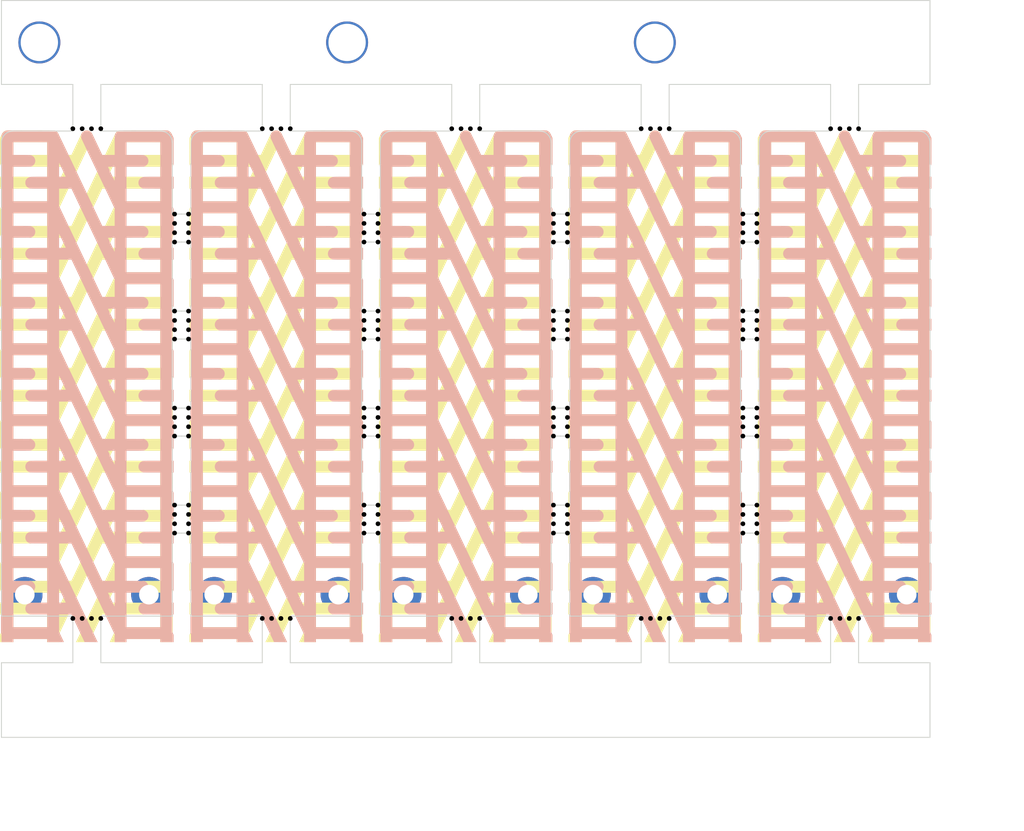
<source format=kicad_pcb>
(kicad_pcb (version 20241229) (generator "pcbnew") (generator_version "9.0")
  (layers (0 "F.Cu" signal) (2 "B.Cu" signal) (13 "F.Paste" user) (15 "B.Paste" user) (5 "F.SilkS" user "F.Silkscreen") (7 "B.SilkS" user "B.Silkscreen") (1 "F.Mask" user) (3 "B.Mask" user) (25 "Edge.Cuts" user))
  (net 0 "")
  (footprint "NPTH" (layer "F.Cu") (at 118.8 63.7059)
    (property "Reference" "KiKit_MB_9_4" (hide yes))
    (property "Value" "NPTH" (hide yes))
    (pad "" np_thru_hole circle (at 0 0) (size 0.5 0.5) (drill 0.5) (layers "*.Mask"))
  )
  (footprint "NPTH" (layer "F.Cu") (at 178.199999 53.3041)
    (property "Reference" "KiKit_MB_32_1" (hide yes))
    (property "Value" "NPTH" (hide yes))
    (pad "" np_thru_hole circle (at 0 0) (size 0.5 0.5) (drill 0.5) (layers "*.Mask"))
  )
  (footprint "NPTH" (layer "F.Cu") (at 179.7 77.1077)
    (property "Reference" "KiKit_MB_40_1" (hide yes))
    (property "Value" "NPTH" (hide yes))
    (pad "" np_thru_hole circle (at 0 0) (size 0.5 0.5) (drill 0.5) (layers "*.Mask"))
  )
  (footprint "NPTH" (layer "F.Cu") (at 139.1 74.1077)
    (property "Reference" "KiKit_MB_20_4" (hide yes))
    (property "Value" "NPTH" (hide yes))
    (pad "" np_thru_hole circle (at 0 0) (size 0.5 0.5) (drill 0.5) (layers "*.Mask"))
  )
  (footprint "NPTH" (layer "F.Cu") (at 179.7 66.7059)
    (property "Reference" "KiKit_MB_39_1" (hide yes))
    (property "Value" "NPTH" (hide yes))
    (pad "" np_thru_hole circle (at 0 0) (size 0.5 0.5) (drill 0.5) (layers "*.Mask"))
  )
  (footprint "NPTH" (layer "F.Cu") (at 179.7 45.9023)
    (property "Reference" "KiKit_MB_37_1" (hide yes))
    (property "Value" "NPTH" (hide yes))
    (pad "" np_thru_hole circle (at 0 0) (size 0.5 0.5) (drill 0.5) (layers "*.Mask"))
  )
  (footprint "NPTH" (layer "F.Cu") (at 178.199999 56.3041)
    (property "Reference" "KiKit_MB_32_4" (hide yes))
    (property "Value" "NPTH" (hide yes))
    (pad "" np_thru_hole circle (at 0 0) (size 0.5 0.5) (drill 0.5) (layers "*.Mask"))
  )
  (footprint "NPTH" (layer "F.Cu") (at 159.4 44.9023)
    (property "Reference" "KiKit_MB_27_2" (hide yes))
    (property "Value" "NPTH" (hide yes))
    (pad "" np_thru_hole circle (at 0 0) (size 0.5 0.5) (drill 0.5) (layers "*.Mask"))
  )
  (footprint "NPTH" (layer "F.Cu") (at 159.4 53.3041)
    (property "Reference" "KiKit_MB_28_4" (hide yes))
    (property "Value" "NPTH" (hide yes))
    (pad "" np_thru_hole circle (at 0 0) (size 0.5 0.5) (drill 0.5) (layers "*.Mask"))
  )
  (footprint "NPTH" (layer "F.Cu") (at 126.7 86.2595)
    (property "Reference" "KiKit_MB_16_4" (hide yes))
    (property "Value" "NPTH" (hide yes))
    (pad "" np_thru_hole circle (at 0 0) (size 0.5 0.5) (drill 0.5) (layers "*.Mask"))
  )
  (footprint "NPTH" (layer "F.Cu") (at 157.899999 55.3041)
    (property "Reference" "KiKit_MB_22_3" (hide yes))
    (property "Value" "NPTH" (hide yes))
    (pad "" np_thru_hole circle (at 0 0) (size 0.5 0.5) (drill 0.5) (layers "*.Mask"))
  )
  (footprint "NPTH" (layer "F.Cu") (at 179.7 42.9023)
    (property "Reference" "KiKit_MB_37_4" (hide yes))
    (property "Value" "NPTH" (hide yes))
    (pad "" np_thru_hole circle (at 0 0) (size 0.5 0.5) (drill 0.5) (layers "*.Mask"))
  )
  (footprint "NPTH" (layer "F.Cu") (at 159.4 54.3041)
    (property "Reference" "KiKit_MB_28_3" (hide yes))
    (property "Value" "NPTH" (hide yes))
    (pad "" np_thru_hole circle (at 0 0) (size 0.5 0.5) (drill 0.5) (layers "*.Mask"))
  )
  (footprint "NPTH" (layer "F.Cu") (at 118.8 43.9023)
    (property "Reference" "KiKit_MB_7_3" (hide yes))
    (property "Value" "NPTH" (hide yes))
    (pad "" np_thru_hole circle (at 0 0) (size 0.5 0.5) (drill 0.5) (layers "*.Mask"))
  )
  (footprint "NPTH" (layer "F.Cu") (at 157.899999 42.9023)
    (property "Reference" "KiKit_MB_21_1" (hide yes))
    (property "Value" "NPTH" (hide yes))
    (pad "" np_thru_hole circle (at 0 0) (size 0.5 0.5) (drill 0.5) (layers "*.Mask"))
  )
  (footprint "NPTH" (layer "F.Cu") (at 118.8 56.3041)
    (property "Reference" "KiKit_MB_8_1" (hide yes))
    (property "Value" "NPTH" (hide yes))
    (pad "" np_thru_hole circle (at 0 0) (size 0.5 0.5) (drill 0.5) (layers "*.Mask"))
  )
  (footprint "NPTH" (layer "F.Cu") (at 170.299999 33.750501)
    (property "Reference" "KiKit_MB_35_4" (hide yes))
    (property "Value" "NPTH" (hide yes))
    (pad "" np_thru_hole circle (at 0 0) (size 0.5 0.5) (drill 0.5) (layers "*.Mask"))
  )
  (footprint "NPTH" (layer "F.Cu") (at 159.4 66.7059)
    (property "Reference" "KiKit_MB_29_1" (hide yes))
    (property "Value" "NPTH" (hide yes))
    (pad "" np_thru_hole circle (at 0 0) (size 0.5 0.5) (drill 0.5) (layers "*.Mask"))
  )
  (footprint "NPTH" (layer "F.Cu") (at 178.199999 66.705899)
    (property "Reference" "KiKit_MB_33_4" (hide yes))
    (property "Value" "NPTH" (hide yes))
    (pad "" np_thru_hole circle (at 0 0) (size 0.5 0.5) (drill 0.5) (layers "*.Mask"))
  )
  (footprint "NPTH" (layer "F.Cu") (at 137.599999 54.3041)
    (property "Reference" "KiKit_MB_12_2" (hide yes))
    (property "Value" "NPTH" (hide yes))
    (pad "" np_thru_hole circle (at 0 0) (size 0.5 0.5) (drill 0.5) (layers "*.Mask"))
  )
  (footprint "NPTH" (layer "F.Cu") (at 137.599999 56.3041)
    (property "Reference" "KiKit_MB_12_4" (hide yes))
    (property "Value" "NPTH" (hide yes))
    (pad "" np_thru_hole circle (at 0 0) (size 0.5 0.5) (drill 0.5) (layers "*.Mask"))
  )
  (footprint "NPTH" (layer "F.Cu") (at 179.7 65.7059)
    (property "Reference" "KiKit_MB_39_2" (hide yes))
    (property "Value" "NPTH" (hide yes))
    (pad "" np_thru_hole circle (at 0 0) (size 0.5 0.5) (drill 0.5) (layers "*.Mask"))
  )
  (footprint "LOGO" (layer "F.Cu") (at 128.14 61.34)
    (property "Reference" "G***" (hide yes))
    (property "Value" "LOGO" (hide yes))
  )
  (footprint "NPTH" (layer "F.Cu") (at 109.4 86.2595)
    (property "Reference" "KiKit_MB_6_1" (hide yes))
    (property "Value" "NPTH" (hide yes))
    (pad "" np_thru_hole circle (at 0 0) (size 0.5 0.5) (drill 0.5) (layers "*.Mask"))
  )
  (footprint "NPTH" (layer "F.Cu") (at 139.1 63.7059)
    (property "Reference" "KiKit_MB_19_4" (hide yes))
    (property "Value" "NPTH" (hide yes))
    (pad "" np_thru_hole circle (at 0 0) (size 0.5 0.5) (drill 0.5) (layers "*.Mask"))
  )
  (footprint "NPTH" (layer "F.Cu") (at 157.899999 77.107699)
    (property "Reference" "KiKit_MB_24_4" (hide yes))
    (property "Value" "NPTH" (hide yes))
    (pad "" np_thru_hole circle (at 0 0) (size 0.5 0.5) (drill 0.5) (layers "*.Mask"))
  )
  (footprint "NPTH" (layer "F.Cu") (at 178.199999 74.107699)
    (property "Reference" "KiKit_MB_34_1" (hide yes))
    (property "Value" "NPTH" (hide yes))
    (pad "" np_thru_hole circle (at 0 0) (size 0.5 0.5) (drill 0.5) (layers "*.Mask"))
  )
  (footprint "NPTH" (layer "F.Cu") (at 129.699999 33.750501)
    (property "Reference" "KiKit_MB_15_4" (hide yes))
    (property "Value" "NPTH" (hide yes))
    (pad "" np_thru_hole circle (at 0 0) (size 0.5 0.5) (drill 0.5) (layers "*.Mask"))
  )
  (footprint "NPTH" (layer "F.Cu") (at 118.8 55.3041)
    (property "Reference" "KiKit_MB_8_2" (hide yes))
    (property "Value" "NPTH" (hide yes))
    (pad "" np_thru_hole circle (at 0 0) (size 0.5 0.5) (drill 0.5) (layers "*.Mask"))
  )
  (footprint "NPTH" (layer "F.Cu") (at 167.3 86.2595)
    (property "Reference" "KiKit_MB_36_4" (hide yes))
    (property "Value" "NPTH" (hide yes))
    (pad "" np_thru_hole circle (at 0 0) (size 0.5 0.5) (drill 0.5) (layers "*.Mask"))
  )
  (footprint "NPTH" (layer "F.Cu") (at 118.8 66.7059)
    (property "Reference" "KiKit_MB_9_1" (hide yes))
    (property "Value" "NPTH" (hide yes))
    (pad "" np_thru_hole circle (at 0 0) (size 0.5 0.5) (drill 0.5) (layers "*.Mask"))
  )
  (footprint "NPTH" (layer "F.Cu") (at 187.599999 33.750501)
    (property "Reference" "KiKit_MB_41_1" (hide yes))
    (property "Value" "NPTH" (hide yes))
    (pad "" np_thru_hole circle (at 0 0) (size 0.5 0.5) (drill 0.5) (layers "*.Mask"))
  )
  (footprint "NPTH" (layer "F.Cu") (at 117.299999 64.705899)
    (property "Reference" "KiKit_MB_3_2" (hide yes))
    (property "Value" "NPTH" (hide yes))
    (pad "" np_thru_hole circle (at 0 0) (size 0.5 0.5) (drill 0.5) (layers "*.Mask"))
  )
  (footprint "NPTH" (layer "F.Cu") (at 139.1 45.9023)
    (property "Reference" "KiKit_MB_17_1" (hide yes))
    (property "Value" "NPTH" (hide yes))
    (pad "" np_thru_hole circle (at 0 0) (size 0.5 0.5) (drill 0.5) (layers "*.Mask"))
  )
  (footprint "NPTH" (layer "F.Cu") (at 178.199999 75.107699)
    (property "Reference" "KiKit_MB_34_2" (hide yes))
    (property "Value" "NPTH" (hide yes))
    (pad "" np_thru_hole circle (at 0 0) (size 0.5 0.5) (drill 0.5) (layers "*.Mask"))
  )
  (footprint "NPTH" (layer "F.Cu") (at 179.7 56.3041)
    (property "Reference" "KiKit_MB_38_1" (hide yes))
    (property "Value" "NPTH" (hide yes))
    (pad "" np_thru_hole circle (at 0 0) (size 0.5 0.5) (drill 0.5) (layers "*.Mask"))
  )
  (footprint "NPTH" (layer "F.Cu") (at 118.8 42.9023)
    (property "Reference" "KiKit_MB_7_4" (hide yes))
    (property "Value" "NPTH" (hide yes))
    (pad "" np_thru_hole circle (at 0 0) (size 0.5 0.5) (drill 0.5) (layers "*.Mask"))
  )
  (footprint "NPTH" (layer "F.Cu") (at 179.7 53.3041)
    (property "Reference" "KiKit_MB_38_4" (hide yes))
    (property "Value" "NPTH" (hide yes))
    (pad "" np_thru_hole circle (at 0 0) (size 0.5 0.5) (drill 0.5) (layers "*.Mask"))
  )
  (footprint "NPTH" (layer "F.Cu") (at 159.4 65.7059)
    (property "Reference" "KiKit_MB_29_2" (hide yes))
    (property "Value" "NPTH" (hide yes))
    (pad "" np_thru_hole circle (at 0 0) (size 0.5 0.5) (drill 0.5) (layers "*.Mask"))
  )
  (footprint "NPTH" (layer "F.Cu") (at 137.599999 64.705899)
    (property "Reference" "KiKit_MB_13_2" (hide yes))
    (property "Value" "NPTH" (hide yes))
    (pad "" np_thru_hole circle (at 0 0) (size 0.5 0.5) (drill 0.5) (layers "*.Mask"))
  )
  (footprint "NPTH" (layer "F.Cu") (at 137.599999 42.9023)
    (property "Reference" "KiKit_MB_11_1" (hide yes))
    (property "Value" "NPTH" (hide yes))
    (pad "" np_thru_hole circle (at 0 0) (size 0.5 0.5) (drill 0.5) (layers "*.Mask"))
  )
  (footprint "NPTH" (layer "F.Cu") (at 139.1 43.9023)
    (property "Reference" "KiKit_MB_17_3" (hide yes))
    (property "Value" "NPTH" (hide yes))
    (pad "" np_thru_hole circle (at 0 0) (size 0.5 0.5) (drill 0.5) (layers "*.Mask"))
  )
  (footprint "NPTH" (layer "F.Cu") (at 157.899999 64.705899)
    (property "Reference" "KiKit_MB_23_2" (hide yes))
    (property "Value" "NPTH" (hide yes))
    (pad "" np_thru_hole circle (at 0 0) (size 0.5 0.5) (drill 0.5) (layers "*.Mask"))
  )
  (footprint "NPTH" (layer "F.Cu") (at 157.899999 44.9023)
    (property "Reference" "KiKit_MB_21_3" (hide yes))
    (property "Value" "NPTH" (hide yes))
    (pad "" np_thru_hole circle (at 0 0) (size 0.5 0.5) (drill 0.5) (layers "*.Mask"))
  )
  (footprint "NPTH" (layer "F.Cu") (at 168.299999 33.750501)
    (property "Reference" "KiKit_MB_35_2" (hide yes))
    (property "Value" "NPTH" (hide yes))
    (pad "" np_thru_hole circle (at 0 0) (size 0.5 0.5) (drill 0.5) (layers "*.Mask"))
  )
  (footprint "NPTH" (layer "F.Cu") (at 137.599999 63.705899)
    (property "Reference" "KiKit_MB_13_1" (hide yes))
    (property "Value" "NPTH" (hide yes))
    (pad "" np_thru_hole circle (at 0 0) (size 0.5 0.5) (drill 0.5) (layers "*.Mask"))
  )
  (footprint "NPTH" (layer "F.Cu") (at 139.1 75.1077)
    (property "Reference" "KiKit_MB_20_3" (hide yes))
    (property "Value" "NPTH" (hide yes))
    (pad "" np_thru_hole circle (at 0 0) (size 0.5 0.5) (drill 0.5) (layers "*.Mask"))
  )
  (footprint "NPTH" (layer "F.Cu") (at 139.1 42.9023)
    (property "Reference" "KiKit_MB_17_4" (hide yes))
    (property "Value" "NPTH" (hide yes))
    (pad "" np_thru_hole circle (at 0 0) (size 0.5 0.5) (drill 0.5) (layers "*.Mask"))
  )
  (footprint "NPTH" (layer "F.Cu") (at 137.599999 65.705899)
    (property "Reference" "KiKit_MB_13_3" (hide yes))
    (property "Value" "NPTH" (hide yes))
    (pad "" np_thru_hole circle (at 0 0) (size 0.5 0.5) (drill 0.5) (layers "*.Mask"))
  )
  (footprint "LOGO" (layer "F.Cu") (at 189.04 61.34)
    (property "Reference" "G***" (hide yes))
    (property "Value" "LOGO" (hide yes))
  )
  (footprint "NPTH" (layer "F.Cu") (at 187.6 86.2595)
    (property "Reference" "KiKit_MB_42_4" (hide yes))
    (property "Value" "NPTH" (hide yes))
    (pad "" np_thru_hole circle (at 0 0) (size 0.5 0.5) (drill 0.5) (layers "*.Mask"))
  )
  (footprint "NPTH" (layer "F.Cu") (at 159.4 55.3041)
    (property "Reference" "KiKit_MB_28_2" (hide yes))
    (property "Value" "NPTH" (hide yes))
    (pad "" np_thru_hole circle (at 0 0) (size 0.5 0.5) (drill 0.5) (layers "*.Mask"))
  )
  (footprint "NPTH" (layer "F.Cu") (at 179.7 43.9023)
    (property "Reference" "KiKit_MB_37_3" (hide yes))
    (property "Value" "NPTH" (hide yes))
    (pad "" np_thru_hole circle (at 0 0) (size 0.5 0.5) (drill 0.5) (layers "*.Mask"))
  )
  (footprint "NPTH" (layer "F.Cu") (at 139.1 64.7059)
    (property "Reference" "KiKit_MB_19_3" (hide yes))
    (property "Value" "NPTH" (hide yes))
    (pad "" np_thru_hole circle (at 0 0) (size 0.5 0.5) (drill 0.5) (layers "*.Mask"))
  )
  (footprint "NPTH" (layer "F.Cu") (at 168.3 86.2595)
    (property "Reference" "KiKit_MB_36_3" (hide yes))
    (property "Value" "NPTH" (hide yes))
    (pad "" np_thru_hole circle (at 0 0) (size 0.5 0.5) (drill 0.5) (layers "*.Mask"))
  )
  (footprint "NPTH" (layer "F.Cu") (at 169.3 86.2595)
    (property "Reference" "KiKit_MB_36_2" (hide yes))
    (property "Value" "NPTH" (hide yes))
    (pad "" np_thru_hole circle (at 0 0) (size 0.5 0.5) (drill 0.5) (layers "*.Mask"))
  )
  (footprint "NPTH" (layer "F.Cu") (at 108.399999 33.750501)
    (property "Reference" "KiKit_MB_5_3" (hide yes))
    (property "Value" "NPTH" (hide yes))
    (pad "" np_thru_hole circle (at 0 0) (size 0.5 0.5) (drill 0.5) (layers "*.Mask"))
  )
  (footprint "NPTH" (layer "F.Cu") (at 178.199999 64.705899)
    (property "Reference" "KiKit_MB_33_2" (hide yes))
    (property "Value" "NPTH" (hide yes))
    (pad "" np_thru_hole circle (at 0 0) (size 0.5 0.5) (drill 0.5) (layers "*.Mask"))
  )
  (footprint "NPTH" (layer "F.Cu") (at 178.199999 43.9023)
    (property "Reference" "KiKit_MB_31_2" (hide yes))
    (property "Value" "NPTH" (hide yes))
    (pad "" np_thru_hole circle (at 0 0) (size 0.5 0.5) (drill 0.5) (layers "*.Mask"))
  )
  (footprint "NPTH" (layer "F.Cu") (at 127.699999 33.750501)
    (property "Reference" "KiKit_MB_15_2" (hide yes))
    (property "Value" "NPTH" (hide yes))
    (pad "" np_thru_hole circle (at 0 0) (size 0.5 0.5) (drill 0.5) (layers "*.Mask"))
  )
  (footprint "NPTH" (layer "F.Cu") (at 159.4 77.1077)
    (property "Reference" "KiKit_MB_30_1" (hide yes))
    (property "Value" "NPTH" (hide yes))
    (pad "" np_thru_hole circle (at 0 0) (size 0.5 0.5) (drill 0.5) (layers "*.Mask"))
  )
  (footprint "NPTH" (layer "F.Cu") (at 179.7 75.1077)
    (property "Reference" "KiKit_MB_40_3" (hide yes))
    (property "Value" "NPTH" (hide yes))
    (pad "" np_thru_hole circle (at 0 0) (size 0.5 0.5) (drill 0.5) (layers "*.Mask"))
  )
  (footprint "NPTH" (layer "F.Cu") (at 139.1 44.9023)
    (property "Reference" "KiKit_MB_17_2" (hide yes))
    (property "Value" "NPTH" (hide yes))
    (pad "" np_thru_hole circle (at 0 0) (size 0.5 0.5) (drill 0.5) (layers "*.Mask"))
  )
  (footprint "LOGO" (layer "F.Cu") (at 148.44 61.34)
    (property "Reference" "G***" (hide yes))
    (property "Value" "LOGO" (hide yes))
  )
  (footprint "NPTH" (layer "F.Cu") (at 117.299999 56.3041)
    (property "Reference" "KiKit_MB_2_4" (hide yes))
    (property "Value" "NPTH" (hide yes))
    (pad "" np_thru_hole circle (at 0 0) (size 0.5 0.5) (drill 0.5) (layers "*.Mask"))
  )
  (footprint "NPTH" (layer "F.Cu") (at 157.899999 56.3041)
    (property "Reference" "KiKit_MB_22_4" (hide yes))
    (property "Value" "NPTH" (hide yes))
    (pad "" np_thru_hole circle (at 0 0) (size 0.5 0.5) (drill 0.5) (layers "*.Mask"))
  )
  (footprint "NPTH" (layer "F.Cu") (at 118.8 53.3041)
    (property "Reference" "KiKit_MB_8_4" (hide yes))
    (property "Value" "NPTH" (hide yes))
    (pad "" np_thru_hole circle (at 0 0) (size 0.5 0.5) (drill 0.5) (layers "*.Mask"))
  )
  (footprint "NPTH" (layer "F.Cu") (at 137.599999 66.705899)
    (property "Reference" "KiKit_MB_13_4" (hide yes))
    (property "Value" "NPTH" (hide yes))
    (pad "" np_thru_hole circle (at 0 0) (size 0.5 0.5) (drill 0.5) (layers "*.Mask"))
  )
  (footprint "NPTH" (layer "F.Cu") (at 157.899999 43.9023)
    (property "Reference" "KiKit_MB_21_2" (hide yes))
    (property "Value" "NPTH" (hide yes))
    (pad "" np_thru_hole circle (at 0 0) (size 0.5 0.5) (drill 0.5) (layers "*.Mask"))
  )
  (footprint "NPTH" (layer "F.Cu") (at 178.199999 44.9023)
    (property "Reference" "KiKit_MB_31_3" (hide yes))
    (property "Value" "NPTH" (hide yes))
    (pad "" np_thru_hole circle (at 0 0) (size 0.5 0.5) (drill 0.5) (layers "*.Mask"))
  )
  (footprint "NPTH" (layer "F.Cu") (at 179.7 76.1077)
    (property "Reference" "KiKit_MB_40_2" (hide yes))
    (property "Value" "NPTH" (hide yes))
    (pad "" np_thru_hole circle (at 0 0) (size 0.5 0.5) (drill 0.5) (layers "*.Mask"))
  )
  (footprint "NPTH" (layer "F.Cu") (at 118.8 54.3041)
    (property "Reference" "KiKit_MB_8_3" (hide yes))
    (property "Value" "NPTH" (hide yes))
    (pad "" np_thru_hole circle (at 0 0) (size 0.5 0.5) (drill 0.5) (layers "*.Mask"))
  )
  (footprint "NPTH" (layer "F.Cu") (at 157.899999 65.705899)
    (property "Reference" "KiKit_MB_23_3" (hide yes))
    (property "Value" "NPTH" (hide yes))
    (pad "" np_thru_hole circle (at 0 0) (size 0.5 0.5) (drill 0.5) (layers "*.Mask"))
  )
  (footprint "NPTH" (layer "F.Cu") (at 179.7 54.3041)
    (property "Reference" "KiKit_MB_38_3" (hide yes))
    (property "Value" "NPTH" (hide yes))
    (pad "" np_thru_hole circle (at 0 0) (size 0.5 0.5) (drill 0.5) (layers "*.Mask"))
  )
  (footprint "NPTH" (layer "F.Cu") (at 118.8 44.9023)
    (property "Reference" "KiKit_MB_7_2" (hide yes))
    (property "Value" "NPTH" (hide yes))
    (pad "" np_thru_hole circle (at 0 0) (size 0.5 0.5) (drill 0.5) (layers "*.Mask"))
  )
  (footprint "NPTH" (layer "F.Cu") (at 127.7 86.2595)
    (property "Reference" "KiKit_MB_16_3" (hide yes))
    (property "Value" "NPTH" (hide yes))
    (pad "" np_thru_hole circle (at 0 0) (size 0.5 0.5) (drill 0.5) (layers "*.Mask"))
  )
  (footprint "NPTH" (layer "F.Cu") (at 118.8 65.7059)
    (property "Reference" "KiKit_MB_9_2" (hide yes))
    (property "Value" "NPTH" (hide yes))
    (pad "" np_thru_hole circle (at 0 0) (size 0.5 0.5) (drill 0.5) (layers "*.Mask"))
  )
  (footprint "NPTH" (layer "F.Cu") (at 128.699999 33.750501)
    (property "Reference" "KiKit_MB_15_3" (hide yes))
    (property "Value" "NPTH" (hide yes))
    (pad "" np_thru_hole circle (at 0 0) (size 0.5 0.5) (drill 0.5) (layers "*.Mask"))
  )
  (footprint "LOGO" (layer "F.Cu") (at 168.74 61.34)
    (property "Reference" "G***" (hide yes))
    (property "Value" "LOGO" (hide yes))
  )
  (footprint "NPTH" (layer "F.Cu") (at 139.1 53.3041)
    (property "Reference" "KiKit_MB_18_4" (hide yes))
    (property "Value" "NPTH" (hide yes))
    (pad "" np_thru_hole circle (at 0 0) (size 0.5 0.5) (drill 0.5) (layers "*.Mask"))
  )
  (footprint "NPTH" (layer "F.Cu") (at 139.1 54.3041)
    (property "Reference" "KiKit_MB_18_3" (hide yes))
    (property "Value" "NPTH" (hide yes))
    (pad "" np_thru_hole circle (at 0 0) (size 0.5 0.5) (drill 0.5) (layers "*.Mask"))
  )
  (footprint "NPTH" (layer "F.Cu") (at 170.3 86.2595)
    (property "Reference" "KiKit_MB_36_1" (hide yes))
    (property "Value" "NPTH" (hide yes))
    (pad "" np_thru_hole circle (at 0 0) (size 0.5 0.5) (drill 0.5) (layers "*.Mask"))
  )
  (footprint "LOGO" (layer "F.Cu") (at 107.84 61.34)
    (property "Reference" "G***" (hide yes))
    (property "Value" "LOGO" (hide yes))
  )
  (footprint "NPTH" (layer "F.Cu") (at 118.8 74.1077)
    (property "Reference" "KiKit_MB_10_4" (hide yes))
    (property "Value" "NPTH" (hide yes))
    (pad "" np_thru_hole circle (at 0 0) (size 0.5 0.5) (drill 0.5) (layers "*.Mask"))
  )
  (footprint "NPTH" (layer "F.Cu") (at 178.199999 54.3041)
    (property "Reference" "KiKit_MB_32_2" (hide yes))
    (property "Value" "NPTH" (hide yes))
    (pad "" np_thru_hole circle (at 0 0) (size 0.5 0.5) (drill 0.5) (layers "*.Mask"))
  )
  (footprint "NPTH" (layer "F.Cu") (at 118.8 45.9023)
    (property "Reference" "KiKit_MB_7_1" (hide yes))
    (property "Value" "NPTH" (hide yes))
    (pad "" np_thru_hole circle (at 0 0) (size 0.5 0.5) (drill 0.5) (layers "*.Mask"))
  )
  (footprint "NPTH" (layer "F.Cu") (at 159.4 64.7059)
    (property "Reference" "KiKit_MB_29_3" (hide yes))
    (property "Value" "NPTH" (hide yes))
    (pad "" np_thru_hole circle (at 0 0) (size 0.5 0.5) (drill 0.5) (layers "*.Mask"))
  )
  (footprint "NPTH" (layer "F.Cu") (at 118.8 64.7059)
    (property "Reference" "KiKit_MB_9_3" (hide yes))
    (property "Value" "NPTH" (hide yes))
    (pad "" np_thru_hole circle (at 0 0) (size 0.5 0.5) (drill 0.5) (layers "*.Mask"))
  )
  (footprint "NPTH" (layer "F.Cu") (at 179.7 64.7059)
    (property "Reference" "KiKit_MB_39_3" (hide yes))
    (property "Value" "NPTH" (hide yes))
    (pad "" np_thru_hole circle (at 0 0) (size 0.5 0.5) (drill 0.5) (layers "*.Mask"))
  )
  (footprint "NPTH" (layer "F.Cu") (at 178.199999 42.9023)
    (property "Reference" "KiKit_MB_31_1" (hide yes))
    (property "Value" "NPTH" (hide yes))
    (pad "" np_thru_hole circle (at 0 0) (size 0.5 0.5) (drill 0.5) (layers "*.Mask"))
  )
  (footprint "NPTH" (layer "F.Cu") (at 139.1 55.3041)
    (property "Reference" "KiKit_MB_18_2" (hide yes))
    (property "Value" "NPTH" (hide yes))
    (pad "" np_thru_hole circle (at 0 0) (size 0.5 0.5) (drill 0.5) (layers "*.Mask"))
  )
  (footprint "NPTH" (layer "F.Cu") (at 150 86.2595)
    (property "Reference" "KiKit_MB_26_1" (hide yes))
    (property "Value" "NPTH" (hide yes))
    (pad "" np_thru_hole circle (at 0 0) (size 0.5 0.5) (drill 0.5) (layers "*.Mask"))
  )
  (footprint "NPTH" (layer "F.Cu") (at 159.4 45.9023)
    (property "Reference" "KiKit_MB_27_1" (hide yes))
    (property "Value" "NPTH" (hide yes))
    (pad "" np_thru_hole circle (at 0 0) (size 0.5 0.5) (drill 0.5) (layers "*.Mask"))
  )
  (footprint "NPTH" (layer "F.Cu") (at 188.6 86.2595)
    (property "Reference" "KiKit_MB_42_3" (hide yes))
    (property "Value" "NPTH" (hide yes))
    (pad "" np_thru_hole circle (at 0 0) (size 0.5 0.5) (drill 0.5) (layers "*.Mask"))
  )
  (footprint "NPTH" (layer "F.Cu") (at 126.699999 33.750501)
    (property "Reference" "KiKit_MB_15_1" (hide yes))
    (property "Value" "NPTH" (hide yes))
    (pad "" np_thru_hole circle (at 0 0) (size 0.5 0.5) (drill 0.5) (layers "*.Mask"))
  )
  (footprint "NPTH" (layer "F.Cu") (at 137.599999 77.107699)
    (property "Reference" "KiKit_MB_14_4" (hide yes))
    (property "Value" "NPTH" (hide yes))
    (pad "" np_thru_hole circle (at 0 0) (size 0.5 0.5) (drill 0.5) (layers "*.Mask"))
  )
  (footprint "NPTH" (layer "F.Cu") (at 159.4 43.9023)
    (property "Reference" "KiKit_MB_27_3" (hide yes))
    (property "Value" "NPTH" (hide yes))
    (pad "" np_thru_hole circle (at 0 0) (size 0.5 0.5) (drill 0.5) (layers "*.Mask"))
  )
  (footprint "NPTH" (layer "F.Cu") (at 157.899999 63.705899)
    (property "Reference" "KiKit_MB_23_1" (hide yes))
    (property "Value" "NPTH" (hide yes))
    (pad "" np_thru_hole circle (at 0 0) (size 0.5 0.5) (drill 0.5) (layers "*.Mask"))
  )
  (footprint "NPTH" (layer "F.Cu") (at 128.7 86.2595)
    (property "Reference" "KiKit_MB_16_2" (hide yes))
    (property "Value" "NPTH" (hide yes))
    (pad "" np_thru_hole circle (at 0 0) (size 0.5 0.5) (drill 0.5) (layers "*.Mask"))
  )
  (footprint "NPTH" (layer "F.Cu") (at 179.7 63.7059)
    (property "Reference" "KiKit_MB_39_4" (hide yes))
    (property "Value" "NPTH" (hide yes))
    (pad "" np_thru_hole circle (at 0 0) (size 0.5 0.5) (drill 0.5) (layers "*.Mask"))
  )
  (footprint "NPTH" (layer "F.Cu") (at 149.999999 33.750501)
    (property "Reference" "KiKit_MB_25_4" (hide yes))
    (property "Value" "NPTH" (hide yes))
    (pad "" np_thru_hole circle (at 0 0) (size 0.5 0.5) (drill 0.5) (layers "*.Mask"))
  )
  (footprint "NPTH" (layer "F.Cu") (at 189.599999 33.750501)
    (property "Reference" "KiKit_MB_41_3" (hide yes))
    (property "Value" "NPTH" (hide yes))
    (pad "" np_thru_hole circle (at 0 0) (size 0.5 0.5) (drill 0.5) (layers "*.Mask"))
  )
  (footprint "NPTH" (layer "F.Cu") (at 178.199999 65.705899)
    (property "Reference" "KiKit_MB_33_3" (hide yes))
    (property "Value" "NPTH" (hide yes))
    (pad "" np_thru_hole circle (at 0 0) (size 0.5 0.5) (drill 0.5) (layers "*.Mask"))
  )
  (footprint "NPTH" (layer "F.Cu") (at 179.7 74.1077)
    (property "Reference" "KiKit_MB_40_4" (hide yes))
    (property "Value" "NPTH" (hide yes))
    (pad "" np_thru_hole circle (at 0 0) (size 0.5 0.5) (drill 0.5) (layers "*.Mask"))
  )
  (footprint "NPTH" (layer "F.Cu") (at 118.8 76.1077)
    (property "Reference" "KiKit_MB_10_2" (hide yes))
    (property "Value" "NPTH" (hide yes))
    (pad "" np_thru_hole circle (at 0 0) (size 0.5 0.5) (drill 0.5) (layers "*.Mask"))
  )
  (footprint "NPTH" (layer "F.Cu") (at 117.299999 53.3041)
    (property "Reference" "KiKit_MB_2_1" (hide yes))
    (property "Value" "NPTH" (hide yes))
    (pad "" np_thru_hole circle (at 0 0) (size 0.5 0.5) (drill 0.5) (layers "*.Mask"))
  )
  (footprint "NPTH" (layer "F.Cu") (at 117.299999 66.705899)
    (property "Reference" "KiKit_MB_3_4" (hide yes))
    (property "Value" "NPTH" (hide yes))
    (pad "" np_thru_hole circle (at 0 0) (size 0.5 0.5) (drill 0.5) (layers "*.Mask"))
  )
  (footprint "NPTH" (layer "F.Cu") (at 159.4 74.1077)
    (property "Reference" "KiKit_MB_30_4" (hide yes))
    (property "Value" "NPTH" (hide yes))
    (pad "" np_thru_hole circle (at 0 0) (size 0.5 0.5) (drill 0.5) (layers "*.Mask"))
  )
  (footprint "NPTH" (layer "F.Cu") (at 157.899999 75.107699)
    (property "Reference" "KiKit_MB_24_2" (hide yes))
    (property "Value" "NPTH" (hide yes))
    (pad "" np_thru_hole circle (at 0 0) (size 0.5 0.5) (drill 0.5) (layers "*.Mask"))
  )
  (footprint "NPTH" (layer "F.Cu") (at 137.599999 55.3041)
    (property "Reference" "KiKit_MB_12_3" (hide yes))
    (property "Value" "NPTH" (hide yes))
    (pad "" np_thru_hole circle (at 0 0) (size 0.5 0.5) (drill 0.5) (layers "*.Mask"))
  )
  (footprint "NPTH" (layer "F.Cu") (at 178.199999 45.9023)
    (property "Reference" "KiKit_MB_31_4" (hide yes))
    (property "Value" "NPTH" (hide yes))
    (pad "" np_thru_hole circle (at 0 0) (size 0.5 0.5) (drill 0.5) (layers "*.Mask"))
  )
  (footprint "NPTH" (layer "F.Cu") (at 137.599999 44.9023)
    (property "Reference" "KiKit_MB_11_3" (hide yes))
    (property "Value" "NPTH" (hide yes))
    (pad "" np_thru_hole circle (at 0 0) (size 0.5 0.5) (drill 0.5) (layers "*.Mask"))
  )
  (footprint "NPTH" (layer "F.Cu") (at 157.899999 76.107699)
    (property "Reference" "KiKit_MB_24_3" (hide yes))
    (property "Value" "NPTH" (hide yes))
    (pad "" np_thru_hole circle (at 0 0) (size 0.5 0.5) (drill 0.5) (layers "*.Mask"))
  )
  (footprint "NPTH" (layer "F.Cu") (at 137.599999 45.9023)
    (property "Reference" "KiKit_MB_11_4" (hide yes))
    (property "Value" "NPTH" (hide yes))
    (pad "" np_thru_hole circle (at 0 0) (size 0.5 0.5) (drill 0.5) (layers "*.Mask"))
  )
  (footprint "NPTH" (layer "F.Cu") (at 149 86.2595)
    (property "Reference" "KiKit_MB_26_2" (hide yes))
    (property "Value" "NPTH" (hide yes))
    (pad "" np_thru_hole circle (at 0 0) (size 0.5 0.5) (drill 0.5) (layers "*.Mask"))
  )
  (footprint "NPTH" (layer "F.Cu") (at 159.4 42.9023)
    (property "Reference" "KiKit_MB_27_4" (hide yes))
    (property "Value" "NPTH" (hide yes))
    (pad "" np_thru_hole circle (at 0 0) (size 0.5 0.5) (drill 0.5) (layers "*.Mask"))
  )
  (footprint "NPTH" (layer "F.Cu") (at 167.299999 33.750501)
    (property "Reference" "KiKit_MB_35_1" (hide yes))
    (property "Value" "NPTH" (hide yes))
    (pad "" np_thru_hole circle (at 0 0) (size 0.5 0.5) (drill 0.5) (layers "*.Mask"))
  )
  (footprint "NPTH" (layer "F.Cu") (at 179.7 55.3041)
    (property "Reference" "KiKit_MB_38_2" (hide yes))
    (property "Value" "NPTH" (hide yes))
    (pad "" np_thru_hole circle (at 0 0) (size 0.5 0.5) (drill 0.5) (layers "*.Mask"))
  )
  (footprint "NPTH" (layer "F.Cu") (at 137.599999 76.107699)
    (property "Reference" "KiKit_MB_14_3" (hide yes))
    (property "Value" "NPTH" (hide yes))
    (pad "" np_thru_hole circle (at 0 0) (size 0.5 0.5) (drill 0.5) (layers "*.Mask"))
  )
  (footprint "NPTH" (layer "F.Cu") (at 178.199999 76.107699)
    (property "Reference" "KiKit_MB_34_3" (hide yes))
    (property "Value" "NPTH" (hide yes))
    (pad "" np_thru_hole circle (at 0 0) (size 0.5 0.5) (drill 0.5) (layers "*.Mask"))
  )
  (footprint "NPTH" (layer "F.Cu") (at 139.1 77.1077)
    (property "Reference" "KiKit_MB_20_1" (hide yes))
    (property "Value" "NPTH" (hide yes))
    (pad "" np_thru_hole circle (at 0 0) (size 0.5 0.5) (drill 0.5) (layers "*.Mask"))
  )
  (footprint "NPTH" (layer "F.Cu") (at 169.299999 33.750501)
    (property "Reference" "KiKit_MB_35_3" (hide yes))
    (property "Value" "NPTH" (hide yes))
    (pad "" np_thru_hole circle (at 0 0) (size 0.5 0.5) (drill 0.5) (layers "*.Mask"))
  )
  (footprint "NPTH" (layer "F.Cu") (at 190.6 86.2595)
    (property "Reference" "KiKit_MB_42_1" (hide yes))
    (property "Value" "NPTH" (hide yes))
    (pad "" np_thru_hole circle (at 0 0) (size 0.5 0.5) (drill 0.5) (layers "*.Mask"))
  )
  (footprint "NPTH" (layer "F.Cu") (at 117.299999 54.3041)
    (property "Reference" "KiKit_MB_2_2" (hide yes))
    (property "Value" "NPTH" (hide yes))
    (pad "" np_thru_hole circle (at 0 0) (size 0.5 0.5) (drill 0.5) (layers "*.Mask"))
  )
  (footprint "NPTH" (layer "F.Cu") (at 117.299999 44.9023)
    (property "Reference" "KiKit_MB_1_3" (hide yes))
    (property "Value" "NPTH" (hide yes))
    (pad "" np_thru_hole circle (at 0 0) (size 0.5 0.5) (drill 0.5) (layers "*.Mask"))
  )
  (footprint "NPTH" (layer "F.Cu") (at 148 86.2595)
    (property "Reference" "KiKit_MB_26_3" (hide yes))
    (property "Value" "NPTH" (hide yes))
    (pad "" np_thru_hole circle (at 0 0) (size 0.5 0.5) (drill 0.5) (layers "*.Mask"))
  )
  (footprint "NPTH" (layer "F.Cu") (at 117.299999 77.107699)
    (property "Reference" "KiKit_MB_4_4" (hide yes))
    (property "Value" "NPTH" (hide yes))
    (pad "" np_thru_hole circle (at 0 0) (size 0.5 0.5) (drill 0.5) (layers "*.Mask"))
  )
  (footprint "NPTH" (layer "F.Cu") (at 157.899999 53.3041)
    (property "Reference" "KiKit_MB_22_1" (hide yes))
    (property "Value" "NPTH" (hide yes))
    (pad "" np_thru_hole circle (at 0 0) (size 0.5 0.5) (drill 0.5) (layers "*.Mask"))
  )
  (footprint "NPTH" (layer "F.Cu") (at 189.6 86.2595)
    (property "Reference" "KiKit_MB_42_2" (hide yes))
    (property "Value" "NPTH" (hide yes))
    (pad "" np_thru_hole circle (at 0 0) (size 0.5 0.5) (drill 0.5) (layers "*.Mask"))
  )
  (footprint "NPTH" (layer "F.Cu") (at 106.4 86.2595)
    (property "Reference" "KiKit_MB_6_4" (hide yes))
    (property "Value" "NPTH" (hide yes))
    (pad "" np_thru_hole circle (at 0 0) (size 0.5 0.5) (drill 0.5) (layers "*.Mask"))
  )
  (footprint "NPTH" (layer "F.Cu") (at 139.1 65.7059)
    (property "Reference" "KiKit_MB_19_2" (hide yes))
    (property "Value" "NPTH" (hide yes))
    (pad "" np_thru_hole circle (at 0 0) (size 0.5 0.5) (drill 0.5) (layers "*.Mask"))
  )
  (footprint "NPTH" (layer "F.Cu") (at 147 86.2595)
    (property "Reference" "KiKit_MB_26_4" (hide yes))
    (property "Value" "NPTH" (hide yes))
    (pad "" np_thru_hole circle (at 0 0) (size 0.5 0.5) (drill 0.5) (layers "*.Mask"))
  )
  (footprint "NPTH" (layer "F.Cu") (at 137.599999 75.107699)
    (property "Reference" "KiKit_MB_14_2" (hide yes))
    (property "Value" "NPTH" (hide yes))
    (pad "" np_thru_hole circle (at 0 0) (size 0.5 0.5) (drill 0.5) (layers "*.Mask"))
  )
  (footprint "NPTH" (layer "F.Cu") (at 139.1 56.3041)
    (property "Reference" "KiKit_MB_18_1" (hide yes))
    (property "Value" "NPTH" (hide yes))
    (pad "" np_thru_hole circle (at 0 0) (size 0.5 0.5) (drill 0.5) (layers "*.Mask"))
  )
  (footprint "NPTH" (layer "F.Cu") (at 157.899999 74.107699)
    (property "Reference" "KiKit_MB_24_1" (hide yes))
    (property "Value" "NPTH" (hide yes))
    (pad "" np_thru_hole circle (at 0 0) (size 0.5 0.5) (drill 0.5) (layers "*.Mask"))
  )
  (footprint "NPTH" (layer "F.Cu") (at 117.299999 75.107699)
    (property "Reference" "KiKit_MB_4_2" (hide yes))
    (property "Value" "NPTH" (hide yes))
    (pad "" np_thru_hole circle (at 0 0) (size 0.5 0.5) (drill 0.5) (layers "*.Mask"))
  )
  (footprint "NPTH" (layer "F.Cu") (at 117.299999 55.3041)
    (property "Reference" "KiKit_MB_2_3" (hide yes))
    (property "Value" "NPTH" (hide yes))
    (pad "" np_thru_hole circle (at 0 0) (size 0.5 0.5) (drill 0.5) (layers "*.Mask"))
  )
  (footprint "NPTH" (layer "F.Cu") (at 117.299999 43.9023)
    (property "Reference" "KiKit_MB_1_2" (hide yes))
    (property "Value" "NPTH" (hide yes))
    (pad "" np_thru_hole circle (at 0 0) (size 0.5 0.5) (drill 0.5) (layers "*.Mask"))
  )
  (footprint "NPTH" (layer "F.Cu") (at 188.599999 33.750501)
    (property "Reference" "KiKit_MB_41_2" (hide yes))
    (property "Value" "NPTH" (hide yes))
    (pad "" np_thru_hole circle (at 0 0) (size 0.5 0.5) (drill 0.5) (layers "*.Mask"))
  )
  (footprint "NPTH" (layer "F.Cu") (at 190.599999 33.750501)
    (property "Reference" "KiKit_MB_41_4" (hide yes))
    (property "Value" "NPTH" (hide yes))
    (pad "" np_thru_hole circle (at 0 0) (size 0.5 0.5) (drill 0.5) (layers "*.Mask"))
  )
  (footprint "NPTH" (layer "F.Cu") (at 137.599999 74.107699)
    (property "Reference" "KiKit_MB_14_1" (hide yes))
    (property "Value" "NPTH" (hide yes))
    (pad "" np_thru_hole circle (at 0 0) (size 0.5 0.5) (drill 0.5) (layers "*.Mask"))
  )
  (footprint "NPTH" (layer "F.Cu") (at 117.299999 74.107699)
    (property "Reference" "KiKit_MB_4_1" (hide yes))
    (property "Value" "NPTH" (hide yes))
    (pad "" np_thru_hole circle (at 0 0) (size 0.5 0.5) (drill 0.5) (layers "*.Mask"))
  )
  (footprint "NPTH" (layer "F.Cu") (at 159.4 63.7059)
    (property "Reference" "KiKit_MB_29_4" (hide yes))
    (property "Value" "NPTH" (hide yes))
    (pad "" np_thru_hole circle (at 0 0) (size 0.5 0.5) (drill 0.5) (layers "*.Mask"))
  )
  (footprint "NPTH" (layer "F.Cu") (at 157.899999 54.3041)
    (property "Reference" "KiKit_MB_22_2" (hide yes))
    (property "Value" "NPTH" (hide yes))
    (pad "" np_thru_hole circle (at 0 0) (size 0.5 0.5) (drill 0.5) (layers "*.Mask"))
  )
  (footprint "NPTH" (layer "F.Cu") (at 118.8 77.1077)
    (property "Reference" "KiKit_MB_10_1" (hide yes))
    (property "Value" "NPTH" (hide yes))
    (pad "" np_thru_hole circle (at 0 0) (size 0.5 0.5) (drill 0.5) (layers "*.Mask"))
  )
  (footprint "NPTH" (layer "F.Cu") (at 107.4 86.2595)
    (property "Reference" "KiKit_MB_6_3" (hide yes))
    (property "Value" "NPTH" (hide yes))
    (pad "" np_thru_hole circle (at 0 0) (size 0.5 0.5) (drill 0.5) (layers "*.Mask"))
  )
  (footprint "NPTH" (layer "F.Cu") (at 106.4 33.750501)
    (property "Reference" "KiKit_MB_5_1" (hide yes))
    (property "Value" "NPTH" (hide yes))
    (pad "" np_thru_hole circle (at 0 0) (size 0.5 0.5) (drill 0.5) (layers "*.Mask"))
  )
  (footprint "NPTH" (layer "F.Cu") (at 178.199999 63.705899)
    (property "Reference" "KiKit_MB_33_1" (hide yes))
    (property "Value" "NPTH" (hide yes))
    (pad "" np_thru_hole circle (at 0 0) (size 0.5 0.5) (drill 0.5) (layers "*.Mask"))
  )
  (footprint "NPTH" (layer "F.Cu") (at 139.1 66.7059)
    (property "Reference" "KiKit_MB_19_1" (hide yes))
    (property "Value" "NPTH" (hide yes))
    (pad "" np_thru_hole circle (at 0 0) (size 0.5 0.5) (drill 0.5) (layers "*.Mask"))
  )
  (footprint "NPTH" (layer "F.Cu") (at 147.999999 33.750501)
    (property "Reference" "KiKit_MB_25_2" (hide yes))
    (property "Value" "NPTH" (hide yes))
    (pad "" np_thru_hole circle (at 0 0) (size 0.5 0.5) (drill 0.5) (layers "*.Mask"))
  )
  (footprint "NPTH" (layer "F.Cu") (at 139.1 76.1077)
    (property "Reference" "KiKit_MB_20_2" (hide yes))
    (property "Value" "NPTH" (hide yes))
    (pad "" np_thru_hole circle (at 0 0) (size 0.5 0.5) (drill 0.5) (layers "*.Mask"))
  )
  (footprint "NPTH" (layer "F.Cu") (at 117.299999 76.107699)
    (property "Reference" "KiKit_MB_4_3" (hide yes))
    (property "Value" "NPTH" (hide yes))
    (pad "" np_thru_hole circle (at 0 0) (size 0.5 0.5) (drill 0.5) (layers "*.Mask"))
  )
  (footprint "NPTH" (layer "F.Cu") (at 178.199999 55.3041)
    (property "Reference" "KiKit_MB_32_3" (hide yes))
    (property "Value" "NPTH" (hide yes))
    (pad "" np_thru_hole circle (at 0 0) (size 0.5 0.5) (drill 0.5) (layers "*.Mask"))
  )
  (footprint "NPTH" (layer "F.Cu") (at 179.7 44.9023)
    (property "Reference" "KiKit_MB_37_2" (hide yes))
    (property "Value" "NPTH" (hide yes))
    (pad "" np_thru_hole circle (at 0 0) (size 0.5 0.5) (drill 0.5) (layers "*.Mask"))
  )
  (footprint "NPTH" (layer "F.Cu") (at 157.899999 45.9023)
    (property "Reference" "KiKit_MB_21_4" (hide yes))
    (property "Value" "NPTH" (hide yes))
    (pad "" np_thru_hole circle (at 0 0) (size 0.5 0.5) (drill 0.5) (layers "*.Mask"))
  )
  (footprint "NPTH" (layer "F.Cu") (at 178.199999 77.107699)
    (property "Reference" "KiKit_MB_34_4" (hide yes))
    (property "Value" "NPTH" (hide yes))
    (pad "" np_thru_hole circle (at 0 0) (size 0.5 0.5) (drill 0.5) (layers "*.Mask"))
  )
  (footprint "NPTH" (layer "F.Cu") (at 108.4 86.2595)
    (property "Reference" "KiKit_MB_6_2" (hide yes))
    (property "Value" "NPTH" (hide yes))
    (pad "" np_thru_hole circle (at 0 0) (size 0.5 0.5) (drill 0.5) (layers "*.Mask"))
  )
  (footprint "NPTH" (layer "F.Cu") (at 159.4 56.3041)
    (property "Reference" "KiKit_MB_28_1" (hide yes))
    (property "Value" "NPTH" (hide yes))
    (pad "" np_thru_hole circle (at 0 0) (size 0.5 0.5) (drill 0.5) (layers "*.Mask"))
  )
  (footprint "NPTH" (layer "F.Cu") (at 117.299999 63.705899)
    (property "Reference" "KiKit_MB_3_1" (hide yes))
    (property "Value" "NPTH" (hide yes))
    (pad "" np_thru_hole circle (at 0 0) (size 0.5 0.5) (drill 0.5) (layers "*.Mask"))
  )
  (footprint "NPTH" (layer "F.Cu") (at 137.599999 43.9023)
    (property "Reference" "KiKit_MB_11_2" (hide yes))
    (property "Value" "NPTH" (hide yes))
    (pad "" np_thru_hole circle (at 0 0) (size 0.5 0.5) (drill 0.5) (layers "*.Mask"))
  )
  (footprint "NPTH" (layer "F.Cu") (at 118.8 75.1077)
    (property "Reference" "KiKit_MB_10_3" (hide yes))
    (property "Value" "NPTH" (hide yes))
    (pad "" np_thru_hole circle (at 0 0) (size 0.5 0.5) (drill 0.5) (layers "*.Mask"))
  )
  (footprint "NPTH" (layer "F.Cu") (at 129.7 86.2595)
    (property "Reference" "KiKit_MB_16_1" (hide yes))
    (property "Value" "NPTH" (hide yes))
    (pad "" np_thru_hole circle (at 0 0) (size 0.5 0.5) (drill 0.5) (layers "*.Mask"))
  )
  (footprint "NPTH" (layer "F.Cu") (at 109.399999 33.750501)
    (property "Reference" "KiKit_MB_5_4" (hide yes))
    (property "Value" "NPTH" (hide yes))
    (pad "" np_thru_hole circle (at 0 0) (size 0.5 0.5) (drill 0.5) (layers "*.Mask"))
  )
  (footprint "NPTH" (layer "F.Cu") (at 107.4 33.750501)
    (property "Reference" "KiKit_MB_5_2" (hide yes))
    (property "Value" "NPTH" (hide yes))
    (pad "" np_thru_hole circle (at 0 0) (size 0.5 0.5) (drill 0.5) (layers "*.Mask"))
  )
  (footprint "NPTH" (layer "F.Cu") (at 159.4 75.1077)
    (property "Reference" "KiKit_MB_30_3" (hide yes))
    (property "Value" "NPTH" (hide yes))
    (pad "" np_thru_hole circle (at 0 0) (size 0.5 0.5) (drill 0.5) (layers "*.Mask"))
  )
  (footprint "NPTH" (layer "F.Cu") (at 146.999999 33.750501)
    (property "Reference" "KiKit_MB_25_1" (hide yes))
    (property "Value" "NPTH" (hide yes))
    (pad "" np_thru_hole circle (at 0 0) (size 0.5 0.5) (drill 0.5) (layers "*.Mask"))
  )
  (footprint "NPTH" (layer "F.Cu") (at 117.299999 65.705899)
    (property "Reference" "KiKit_MB_3_3" (hide yes))
    (property "Value" "NPTH" (hide yes))
    (pad "" np_thru_hole circle (at 0 0) (size 0.5 0.5) (drill 0.5) (layers "*.Mask"))
  )
  (footprint "NPTH" (layer "F.Cu") (at 159.4 76.1077)
    (property "Reference" "KiKit_MB_30_2" (hide yes))
    (property "Value" "NPTH" (hide yes))
    (pad "" np_thru_hole circle (at 0 0) (size 0.5 0.5) (drill 0.5) (layers "*.Mask"))
  )
  (footprint "NPTH" (layer "F.Cu") (at 117.299999 45.9023)
    (property "Reference" "KiKit_MB_1_4" (hide yes))
    (property "Value" "NPTH" (hide yes))
    (pad "" np_thru_hole circle (at 0 0) (size 0.5 0.5) (drill 0.5) (layers "*.Mask"))
  )
  (footprint "NPTH" (layer "F.Cu") (at 157.899999 66.705899)
    (property "Reference" "KiKit_MB_23_4" (hide yes))
    (property "Value" "NPTH" (hide yes))
    (pad "" np_thru_hole circle (at 0 0) (size 0.5 0.5) (drill 0.5) (layers "*.Mask"))
  )
  (footprint "NPTH" (layer "F.Cu") (at 148.999999 33.750501)
    (property "Reference" "KiKit_MB_25_3" (hide yes))
    (property "Value" "NPTH" (hide yes))
    (pad "" np_thru_hole circle (at 0 0) (size 0.5 0.5) (drill 0.5) (layers "*.Mask"))
  )
  (footprint "NPTH" (layer "F.Cu") (at 117.299999 42.9023)
    (property "Reference" "KiKit_MB_1_1" (hide yes))
    (property "Value" "NPTH" (hide yes))
    (pad "" np_thru_hole circle (at 0 0) (size 0.5 0.5) (drill 0.5) (layers "*.Mask"))
  )
  (footprint "NPTH" (layer "F.Cu") (at 137.599999 53.3041)
    (property "Reference" "KiKit_MB_12_1" (hide yes))
    (property "Value" "NPTH" (hide yes))
    (pad "" np_thru_hole circle (at 0 0) (size 0.5 0.5) (drill 0.5) (layers "*.Mask"))
  )
  (footprint "LOGO" (layer "B.Cu") (at 128.26 61.34 180)
    (property "Reference" "G***" (hide yes))
    (property "Value" "LOGO" (hide yes))
  )
  (footprint "enki_lib:HOLE" (layer "B.Cu") (at 134.85 83.7095)
    (property "Reference" "H9" (hide yes))
    (property "Value" "Hole" (hide yes))
    (pad "" np_thru_hole circle (at 0 0) (size 3.8 3.8) (drill 2.1) (layers "*.Cu" "*.Mask"))
  )
  (footprint "enki_lib:HOLE" (layer "B.Cu") (at 168.766 24.5)
    (property "Reference" "H8" (hide yes))
    (property "Value" "Hole" (hide yes))
    (pad "" np_thru_hole circle (at 0 0) (size 4.5 4.5) (drill 4) (layers "*.Cu" "*.Mask"))
  )
  (footprint "enki_lib:HOLE" (layer "B.Cu") (at 121.55 83.7095)
    (property "Reference" "H8" (hide yes))
    (property "Value" "Hole" (hide yes))
    (pad "" np_thru_hole circle (at 0 0) (size 3.8 3.8) (drill 2.1) (layers "*.Cu" "*.Mask"))
  )
  (footprint "enki_lib:HOLE" (layer "B.Cu") (at 155.15 83.7095)
    (property "Reference" "H9" (hide yes))
    (property "Value" "Hole" (hide yes))
    (pad "" np_thru_hole circle (at 0 0) (size 3.8 3.8) (drill 2.1) (layers "*.Cu" "*.Mask"))
  )
  (footprint "enki_lib:HOLE" (layer "B.Cu") (at 102.812 24.5)
    (property "Reference" "H8" (hide yes))
    (property "Value" "Hole" (hide yes))
    (pad "" np_thru_hole circle (at 0 0) (size 4.5 4.5) (drill 4) (layers "*.Cu" "*.Mask"))
  )
  (footprint "enki_lib:HOLE" (layer "B.Cu") (at 195.75 83.7095)
    (property "Reference" "H9" (hide yes))
    (property "Value" "Hole" (hide yes))
    (pad "" np_thru_hole circle (at 0 0) (size 3.8 3.8) (drill 2.1) (layers "*.Cu" "*.Mask"))
  )
  (footprint "enki_lib:HOLE" (layer "B.Cu") (at 162.15 83.7095)
    (property "Reference" "H8" (hide yes))
    (property "Value" "Hole" (hide yes))
    (pad "" np_thru_hole circle (at 0 0) (size 3.8 3.8) (drill 2.1) (layers "*.Cu" "*.Mask"))
  )
  (footprint "enki_lib:HOLE" (layer "B.Cu") (at 101.25 83.7095)
    (property "Reference" "H8" (hide yes))
    (property "Value" "Hole" (hide yes))
    (pad "" np_thru_hole circle (at 0 0) (size 3.8 3.8) (drill 2.1) (layers "*.Cu" "*.Mask"))
  )
  (footprint "LOGO" (layer "B.Cu") (at 107.96 61.34 180)
    (property "Reference" "G***" (hide yes))
    (property "Value" "LOGO" (hide yes))
  )
  (footprint "enki_lib:HOLE" (layer "B.Cu") (at 182.45 83.7095)
    (property "Reference" "H8" (hide yes))
    (property "Value" "Hole" (hide yes))
    (pad "" np_thru_hole circle (at 0 0) (size 3.8 3.8) (drill 2.1) (layers "*.Cu" "*.Mask"))
  )
  (footprint "LOGO" (layer "B.Cu") (at 189.16 61.34 180)
    (property "Reference" "G***" (hide yes))
    (property "Value" "LOGO" (hide yes))
  )
  (footprint "LOGO" (layer "B.Cu") (at 168.86 61.34 180)
    (property "Reference" "G***" (hide yes))
    (property "Value" "LOGO" (hide yes))
  )
  (footprint "enki_lib:HOLE" (layer "B.Cu") (at 141.85 83.7095)
    (property "Reference" "H8" (hide yes))
    (property "Value" "Hole" (hide yes))
    (pad "" np_thru_hole circle (at 0 0) (size 3.8 3.8) (drill 2.1) (layers "*.Cu" "*.Mask"))
  )
  (footprint "enki_lib:HOLE" (layer "B.Cu") (at 135.789 24.5)
    (property "Reference" "H8" (hide yes))
    (property "Value" "Hole" (hide yes))
    (pad "" np_thru_hole circle (at 0 0) (size 4.5 4.5) (drill 4) (layers "*.Cu" "*.Mask"))
  )
  (footprint "enki_lib:HOLE" (layer "B.Cu") (at 114.55 83.7095)
    (property "Reference" "H9" (hide yes))
    (property "Value" "Hole" (hide yes))
    (pad "" np_thru_hole circle (at 0 0) (size 3.8 3.8) (drill 2.1) (layers "*.Cu" "*.Mask"))
  )
  (footprint "enki_lib:HOLE" (layer "B.Cu") (at 175.45 83.7095)
    (property "Reference" "H9" (hide yes))
    (property "Value" "Hole" (hide yes))
    (pad "" np_thru_hole circle (at 0 0) (size 3.8 3.8) (drill 2.1) (layers "*.Cu" "*.Mask"))
  )
  (footprint "LOGO" (layer "B.Cu") (at 148.56 61.34 180)
    (property "Reference" "G***" (hide yes))
    (property "Value" "LOGO" (hide yes))
  )
  (gr_line (start 156.589289 34.014901) (end 156.526463 34.006904) (stroke (width 0.1)) (layer "Edge.Cuts"))
  (gr_line (start 197.765158 34.261999) (end 197.714109 34.224514) (stroke (width 0.1)) (layer "Edge.Cuts"))
  (gr_line (start 156.774215 34.057802) (end 156.713325 34.040383) (stroke (width 0.1)) (layer "Edge.Cuts"))
  (gr_line (start 157.624429 34.998869) (end 157.610116 34.937174) (stroke (width 0.1)) (layer "Edge.Cuts"))
  (gr_line (start 167.3 34.0005) (end 160.899999 34.0005) (stroke (width 0.1)) (layer "Edge.Cuts"))
  (gr_line (start 159.65 66.7059) (end 159.65 74.1077) (stroke (width 0.1)) (layer "Edge.Cuts"))
  (gr_line (start 136.706647 34.157536) (end 136.65051 34.128215) (stroke (width 0.1)) (layer "Edge.Cuts"))
  (gr_line (start 157.649999 35.250499) (end 157.6484 35.187187) (stroke (width 0.1)) (layer "Edge.Cuts"))
  (gr_line (start 158.651 42.9023) (end 158.649 42.9023) (stroke (width 0.1)) (layer "Edge.Cuts"))
  (gr_line (start 140.599999 34.0005) (end 140.536687 34.002099) (stroke (width 0.1)) (layer "Edge.Cuts"))
  (gr_line (start 158.649 77.1077) (end 158.651 77.1077) (stroke (width 0.1)) (layer "Edge.Cuts"))
  (gr_line (start 119.749489 34.128215) (end 119.693352 34.157536) (stroke (width 0.1)) (layer "Edge.Cuts"))
  (gr_line (start 176.7 34.0005) (end 170.3 34.0005) (stroke (width 0.1)) (layer "Edge.Cuts"))
  (gr_line (start 178.951 56.3041) (end 179.95 56.3041) (stroke (width 0.1)) (layer "Edge.Cuts"))
  (gr_line (start 119.056404 35.124036) (end 119.051599 35.187187) (stroke (width 0.1)) (layer "Edge.Cuts"))
  (gr_line (start 159.651599 35.187187) (end 159.65 35.2505) (stroke (width 0.1)) (layer "Edge.Cuts"))
  (gr_line (start 181.01071 34.014901) (end 180.948369 34.02607) (stroke (width 0.1)) (layer "Edge.Cuts"))
  (gr_line (start 179.951599 35.187187) (end 179.95 35.2505) (stroke (width 0.1)) (layer "Edge.Cuts"))
  (gr_line (start 157.425985 34.53639) (end 157.3885 34.485341) (stroke (width 0.1)) (layer "Edge.Cuts"))
  (gr_line (start 170.3 91.0105) (end 170.3 86.0095) (stroke (width 0.1)) (layer "Edge.Cuts"))
  (gr_line (start 158.651 53.3041) (end 158.649 53.3041) (stroke (width 0.1)) (layer "Edge.Cuts"))
  (gr_line (start 115.926463 34.006904) (end 115.863312 34.002099) (stroke (width 0.1)) (layer "Edge.Cuts"))
  (gr_line (start 116.972215 34.816354) (end 116.948724 34.757539) (stroke (width 0.1)) (layer "Edge.Cuts"))
  (gr_line (start 119.05 66.7059) (end 119.05 74.1077) (stroke (width 0.1)) (layer "Edge.Cuts"))
  (gr_line (start 158.649 56.3041) (end 158.651 56.3041) (stroke (width 0.1)) (layer "Edge.Cuts"))
  (gr_line (start 157.061227 34.189664) (end 157.006647 34.157536) (stroke (width 0.1)) (layer "Edge.Cuts"))
  (gr_line (start 99.81071 34.014901) (end 99.748369 34.02607) (stroke (width 0.1)) (layer "Edge.Cuts"))
  (gr_line (start 119.534841 34.261999) (end 119.485756 34.302021) (stroke (width 0.1)) (layer "Edge.Cuts"))
  (gr_line (start 118.051 74.1077) (end 118.049 74.1077) (stroke (width 0.1)) (layer "Edge.Cuts"))
  (gr_line (start 136.961237 34.344479) (end 136.914243 34.302021) (stroke (width 0.1)) (layer "Edge.Cuts"))
  (gr_line (start 181.136687 34.002099) (end 181.073536 34.006904) (stroke (width 0.1)) (layer "Edge.Cuts"))
  (gr_line (start 160.773536 34.006904) (end 160.71071 34.014901) (stroke (width 0.1)) (layer "Edge.Cuts"))
  (gr_line (start 99.393352 34.157536) (end 99.338772 34.189664) (stroke (width 0.1)) (layer "Edge.Cuts"))
  (gr_line (start 116.461227 34.189664) (end 116.406647 34.157536) (stroke (width 0.1)) (layer "Edge.Cuts"))
  (gr_line (start 177.910116 34.937174) (end 177.892697 34.876284) (stroke (width 0.1)) (layer "Edge.Cuts"))
  (gr_line (start 150 34.0005) (end 150 29) (stroke (width 0.1)) (layer "Edge.Cuts"))
  (gr_line (start 119.05 53.3041) (end 118.051 53.3041) (stroke (width 0.1)) (layer "Edge.Cuts"))
  (gr_line (start 138.351 63.7059) (end 138.349 63.7059) (stroke (width 0.1)) (layer "Edge.Cuts"))
  (gr_line (start 159.65 53.3041) (end 158.651 53.3041) (stroke (width 0.1)) (layer "Edge.Cuts"))
  (gr_line (start 99.625784 34.057802) (end 99.565854 34.078284) (stroke (width 0.1)) (layer "Edge.Cuts"))
  (gr_line (start 120.299999 34.0005) (end 120.236687 34.002099) (stroke (width 0.1)) (layer "Edge.Cuts"))
  (gr_line (start 119.865854 34.078284) (end 119.807039 34.101775) (stroke (width 0.1)) (layer "Edge.Cuts"))
  (gr_line (start 157.522284 34.699989) (end 157.492963 34.643852) (stroke (width 0.1)) (layer "Edge.Cuts"))
  (gr_line (start 197.434145 34.078284) (end 197.374215 34.057802) (stroke (width 0.1)) (layer "Edge.Cuts"))
  (gr_line (start 137.349999 63.7059) (end 137.349999 56.3041) (stroke (width 0.1)) (layer "Edge.Cuts"))
  (gr_line (start 120.048369 34.02607) (end 119.986674 34.040383) (stroke (width 0.1)) (layer "Edge.Cuts"))
  (gr_line (start 198.192697 34.876284) (end 198.172215 34.816354) (stroke (width 0.1)) (layer "Edge.Cuts"))
  (gr_line (start 160.525784 34.057802) (end 160.465854 34.078284) (stroke (width 0.1)) (layer "Edge.Cuts"))
  (gr_line (start 119.051599 35.187187) (end 119.05 35.2505) (stroke (width 0.1)) (layer "Edge.Cuts"))
  (gr_line (start 118.051 56.3041) (end 119.05 56.3041) (stroke (width 0.1)) (layer "Edge.Cuts"))
  (gr_line (start 160.18589 34.224514) (end 160.134841 34.261999) (stroke (width 0.1)) (layer "Edge.Cuts"))
  (gr_line (start 159.65 45.9023) (end 159.65 53.3041) (stroke (width 0.1)) (layer "Edge.Cuts"))
  (gr_line (start 116.174215 34.057802) (end 116.113325 34.040383) (stroke (width 0.1)) (layer "Edge.Cuts"))
  (gr_line (start 197.90602 34.389262) (end 197.861237 34.344479) (stroke (width 0.1)) (layer "Edge.Cuts"))
  (gr_line (start 117.05 86.0095) (end 117.049999 77.1077) (stroke (width 0.1)) (layer "Edge.Cuts"))
  (gr_line (start 116.113325 34.040383) (end 116.05163 34.02607) (stroke (width 0.1)) (layer "Edge.Cuts"))
  (gr_line (start 98.807302 34.876284) (end 98.789883 34.937174) (stroke (width 0.1)) (layer "Edge.Cuts"))
  (gr_line (start 119.127784 34.816354) (end 119.107302 34.876284) (stroke (width 0.1)) (layer "Edge.Cuts"))
  (gr_line (start 137.349999 42.9023) (end 137.349999 35.250499) (stroke (width 0.1)) (layer "Edge.Cuts"))
  (gr_line (start 117.035598 35.06121) (end 117.024429 34.998869) (stroke (width 0.1)) (layer "Edge.Cuts"))
  (gr_line (start 119.925784 34.057802) (end 119.865854 34.078284) (stroke (width 0.1)) (layer "Edge.Cuts"))
  (gr_line (start 157.649999 63.7059) (end 157.649999 56.3041) (stroke (width 0.1)) (layer "Edge.Cuts"))
  (gr_line (start 180.765854 34.078284) (end 180.707039 34.101775) (stroke (width 0.1)) (layer "Edge.Cuts"))
  (gr_line (start 177.949999 42.9023) (end 177.949999 35.250499) (stroke (width 0.1)) (layer "Edge.Cuts"))
  (gr_line (start 156.95051 34.128215) (end 156.89296 34.101775) (stroke (width 0.1)) (layer "Edge.Cuts"))
  (gr_line (start 137.048478 34.436256) (end 137.00602 34.389262) (stroke (width 0.1)) (layer "Edge.Cuts"))
  (gr_line (start 157.649999 53.3041) (end 157.649999 45.9023) (stroke (width 0.1)) (layer "Edge.Cuts"))
  (gr_line (start 160.71071 34.014901) (end 160.648369 34.02607) (stroke (width 0.1)) (layer "Edge.Cuts"))
  (gr_line (start 187.6 91.0105) (end 170.3 91.0105) (stroke (width 0.1)) (layer "Edge.Cuts"))
  (gr_line (start 137.349999 56.3041) (end 138.349 56.3041) (stroke (width 0.1)) (layer "Edge.Cuts"))
  (gr_line (start 139.35 74.1077) (end 138.351 74.1077) (stroke (width 0.1)) (layer "Edge.Cuts"))
  (gr_line (start 98.907036 34.643852) (end 98.877715 34.699989) (stroke (width 0.1)) (layer "Edge.Cuts"))
  (gr_line (start 138.349 66.7059) (end 138.351 66.7059) (stroke (width 0.1)) (layer "Edge.Cuts"))
  (gr_line (start 115.989289 34.014901) (end 115.926463 34.006904) (stroke (width 0.1)) (layer "Edge.Cuts"))
  (gr_line (start 116.892963 34.643852) (end 116.860835 34.589272) (stroke (width 0.1)) (layer "Edge.Cuts"))
  (gr_line (start 198.2484 35.187187) (end 198.243595 35.124036) (stroke (width 0.1)) (layer "Edge.Cuts"))
  (gr_line (start 190.6 29) (end 198.25 29) (stroke (width 0.1)) (layer "Edge.Cuts"))
  (gr_line (start 140.348369 34.02607) (end 140.286674 34.040383) (stroke (width 0.1)) (layer "Edge.Cuts"))
  (gr_line (start 180.825784 34.057802) (end 180.765854 34.078284) (stroke (width 0.1)) (layer "Edge.Cuts"))
  (gr_line (start 158.651 74.1077) (end 158.649 74.1077) (stroke (width 0.1)) (layer "Edge.Cuts"))
  (gr_line (start 180.707039 34.101775) (end 180.649489 34.128215) (stroke (width 0.1)) (layer "Edge.Cuts"))
  (gr_line (start 140.165854 34.078284) (end 140.107039 34.101775) (stroke (width 0.1)) (layer "Edge.Cuts"))
  (gr_line (start 106.4 86.0095) (end 106.4 91.0105) (stroke (width 0.1)) (layer "Edge.Cuts"))
  (gr_line (start 99.011499 34.485341) (end 98.974014 34.53639) (stroke (width 0.1)) (layer "Edge.Cuts"))
  (gr_line (start 99.093979 34.389262) (end 99.051521 34.436256) (stroke (width 0.1)) (layer "Edge.Cuts"))
  (gr_line (start 177.949999 45.9023) (end 178.949 45.9023) (stroke (width 0.1)) (layer "Edge.Cuts"))
  (gr_line (start 180.538772 34.189664) (end 180.48589 34.224514) (stroke (width 0.1)) (layer "Edge.Cuts"))
  (gr_line (start 116.29296 34.101775) (end 116.234145 34.078284) (stroke (width 0.1)) (layer "Edge.Cuts"))
  (gr_line (start 139.35 56.3041) (end 139.35 63.7059) (stroke (width 0.1)) (layer "Edge.Cuts"))
  (gr_line (start 178.949 45.9023) (end 178.951 45.9023) (stroke (width 0.1)) (layer "Edge.Cuts"))
  (gr_line (start 118.049 53.3041) (end 117.049999 53.3041) (stroke (width 0.1)) (layer "Edge.Cuts"))
  (gr_line (start 197.313325 34.040383) (end 197.25163 34.02607) (stroke (width 0.1)) (layer "Edge.Cuts"))
  (gr_line (start 138.351 56.3041) (end 139.35 56.3041) (stroke (width 0.1)) (layer "Edge.Cuts"))
  (gr_line (start 198.172215 34.816354) (end 198.148724 34.757539) (stroke (width 0.1)) (layer "Edge.Cuts"))
  (gr_line (start 116.35051 34.128215) (end 116.29296 34.101775) (stroke (width 0.1)) (layer "Edge.Cuts"))
  (gr_line (start 158.649 63.7059) (end 157.649999 63.7059) (stroke (width 0.1)) (layer "Edge.Cuts"))
  (gr_line (start 138.351 77.1077) (end 139.35 77.1077) (stroke (width 0.1)) (layer "Edge.Cuts"))
  (gr_line (start 180.027784 34.816354) (end 180.007302 34.876284) (stroke (width 0.1)) (layer "Edge.Cuts"))
  (gr_line (start 158.651 45.9023) (end 159.65 45.9023) (stroke (width 0.1)) (layer "Edge.Cuts"))
  (gr_line (start 160.465854 34.078284) (end 160.407039 34.101775) (stroke (width 0.1)) (layer "Edge.Cuts"))
  (gr_line (start 119.089883 34.937174) (end 119.07557 34.998869) (stroke (width 0.1)) (layer "Edge.Cuts"))
  (gr_line (start 156.713325 34.040383) (end 156.65163 34.02607) (stroke (width 0.1)) (layer "Edge.Cuts"))
  (gr_line (start 139.351599 35.187187) (end 139.35 35.2505) (stroke (width 0.1)) (layer "Edge.Cuts"))
  (gr_line (start 178.949 77.1077) (end 178.951 77.1077) (stroke (width 0.1)) (layer "Edge.Cuts"))
  (gr_line (start 177.949999 53.3041) (end 177.949999 45.9023) (stroke (width 0.1)) (layer "Edge.Cuts"))
  (gr_line (start 116.992697 34.876284) (end 116.972215 34.816354) (stroke (width 0.1)) (layer "Edge.Cuts"))
  (gr_line (start 190.6 91.0105) (end 190.6 86.0095) (stroke (width 0.1)) (layer "Edge.Cuts"))
  (gr_line (start 99.936687 34.002099) (end 99.873536 34.006904) (stroke (width 0.1)) (layer "Edge.Cuts"))
  (gr_line (start 119.05 45.9023) (end 119.05 53.3041) (stroke (width 0.1)) (layer "Edge.Cuts"))
  (gr_line (start 177.465158 34.261999) (end 177.414109 34.224514) (stroke (width 0.1)) (layer "Edge.Cuts"))
  (gr_line (start 116.825985 34.53639) (end 116.7885 34.485341) (stroke (width 0.1)) (layer "Edge.Cuts"))
  (gr_line (start 197.606647 34.157536) (end 197.55051 34.128215) (stroke (width 0.1)) (layer "Edge.Cuts"))
  (gr_line (start 159.65 63.7059) (end 158.651 63.7059) (stroke (width 0.1)) (layer "Edge.Cuts"))
  (gr_line (start 197.49296 34.101775) (end 197.434145 34.078284) (stroke (width 0.1)) (layer "Edge.Cuts"))
  (gr_line (start 137.35 86.0095) (end 137.349999 77.1077) (stroke (width 0.1)) (layer "Edge.Cuts"))
  (gr_line (start 157.649999 45.9023) (end 158.649 45.9023) (stroke (width 0.1)) (layer "Edge.Cuts"))
  (gr_line (start 139.35 63.7059) (end 138.351 63.7059) (stroke (width 0.1)) (layer "Edge.Cuts"))
  (gr_line (start 197.814243 34.302021) (end 197.765158 34.261999) (stroke (width 0.1)) (layer "Edge.Cuts"))
  (gr_line (start 158.651 66.7059) (end 159.65 66.7059) (stroke (width 0.1)) (layer "Edge.Cuts"))
  (gr_line (start 157.006647 34.157536) (end 156.95051 34.128215) (stroke (width 0.1)) (layer "Edge.Cuts"))
  (gr_line (start 177.414109 34.224514) (end 177.361227 34.189664) (stroke (width 0.1)) (layer "Edge.Cuts"))
  (gr_line (start 177.822284 34.699989) (end 177.792963 34.643852) (stroke (width 0.1)) (layer "Edge.Cuts"))
  (gr_line (start 177.95 86.0095) (end 177.949999 77.1077) (stroke (width 0.1)) (layer "Edge.Cuts"))
  (gr_line (start 197 34.0005) (end 190.6 34.0005) (stroke (width 0.1)) (layer "Edge.Cuts"))
  (gr_line (start 177.6885 34.485341) (end 177.648478 34.436256) (stroke (width 0.1)) (layer "Edge.Cuts"))
  (gr_line (start 179.95 63.7059) (end 178.951 63.7059) (stroke (width 0.1)) (layer "Edge.Cuts"))
  (gr_line (start 119.807039 34.101775) (end 119.749489 34.128215) (stroke (width 0.1)) (layer "Edge.Cuts"))
  (gr_line (start 157.114109 34.224514) (end 157.061227 34.189664) (stroke (width 0.1)) (layer "Edge.Cuts"))
  (gr_line (start 177.949999 77.1077) (end 178.949 77.1077) (stroke (width 0.1)) (layer "Edge.Cuts"))
  (gr_line (start 197.25163 34.02607) (end 197.189289 34.014901) (stroke (width 0.1)) (layer "Edge.Cuts"))
  (gr_line (start 140.536687 34.002099) (end 140.473536 34.006904) (stroke (width 0.1)) (layer "Edge.Cuts"))
  (gr_line (start 129.7 29) (end 147 29) (stroke (width 0.1)) (layer "Edge.Cuts"))
  (gr_line (start 178.951 66.7059) (end 179.95 66.7059) (stroke (width 0.1)) (layer "Edge.Cuts"))
  (gr_line (start 136.226463 34.006904) (end 136.163312 34.002099) (stroke (width 0.1)) (layer "Edge.Cuts"))
  (gr_line (start 118.049 56.3041) (end 118.051 56.3041) (stroke (width 0.1)) (layer "Edge.Cuts"))
  (gr_line (start 150 91.0105) (end 150 86.0095) (stroke (width 0.1)) (layer "Edge.Cuts"))
  (gr_line (start 170.3 86.0095) (end 177.95 86.0095) (stroke (width 0.1)) (layer "Edge.Cuts"))
  (gr_line (start 118.051 45.9023) (end 119.05 45.9023) (stroke (width 0.1)) (layer "Edge.Cuts"))
  (gr_line (start 137.292697 34.876284) (end 137.272215 34.816354) (stroke (width 0.1)) (layer "Edge.Cuts"))
  (gr_line (start 139.539164 34.589272) (end 139.507036 34.643852) (stroke (width 0.1)) (layer "Edge.Cuts"))
  (gr_line (start 159.65 86.0095) (end 167.3 86.0095) (stroke (width 0.1)) (layer "Edge.Cuts"))
  (gr_line (start 178.949 74.1077) (end 177.949999 74.1077) (stroke (width 0.1)) (layer "Edge.Cuts"))
  (gr_line (start 157.643595 35.124036) (end 157.635598 35.06121) (stroke (width 0.1)) (layer "Edge.Cuts"))
  (gr_line (start 138.349 53.3041) (end 137.349999 53.3041) (stroke (width 0.1)) (layer "Edge.Cuts"))
  (gr_line (start 160.085756 34.302021) (end 160.038762 34.344479) (stroke (width 0.1)) (layer "Edge.Cuts"))
  (gr_line (start 157.649999 42.9023) (end 157.649999 35.250499) (stroke (width 0.1)) (layer "Edge.Cuts"))
  (gr_line (start 177.949999 35.250499) (end 177.9484 35.187187) (stroke (width 0.1)) (layer "Edge.Cuts"))
  (gr_line (start 116.514109 34.224514) (end 116.461227 34.189664) (stroke (width 0.1)) (layer "Edge.Cuts"))
  (gr_line (start 99.449489 34.128215) (end 99.393352 34.157536) (stroke (width 0.1)) (layer "Edge.Cuts"))
  (gr_line (start 137.310116 34.937174) (end 137.292697 34.876284) (stroke (width 0.1)) (layer "Edge.Cuts"))
  (gr_line (start 180.007302 34.876284) (end 179.989883 34.937174) (stroke (width 0.1)) (layer "Edge.Cuts"))
  (gr_line (start 139.427784 34.816354) (end 139.407302 34.876284) (stroke (width 0.1)) (layer "Edge.Cuts"))
  (gr_line (start 139.611499 34.485341) (end 139.574014 34.53639) (stroke (width 0.1)) (layer "Edge.Cuts"))
  (gr_line (start 139.356404 35.124036) (end 139.351599 35.187187) (stroke (width 0.1)) (layer "Edge.Cuts"))
  (gr_line (start 139.35 53.3041) (end 138.351 53.3041) (stroke (width 0.1)) (layer "Edge.Cuts"))
  (gr_line (start 98.877715 34.699989) (end 98.851275 34.757539) (stroke (width 0.1)) (layer "Edge.Cuts"))
  (gr_line (start 177.25051 34.128215) (end 177.19296 34.101775) (stroke (width 0.1)) (layer "Edge.Cuts"))
  (gr_line (start 118.051 77.1077) (end 119.05 77.1077) (stroke (width 0.1)) (layer "Edge.Cuts"))
  (gr_line (start 139.785756 34.302021) (end 139.738762 34.344479) (stroke (width 0.1)) (layer "Edge.Cuts"))
  (gr_line (start 119.05 56.3041) (end 119.05 63.7059) (stroke (width 0.1)) (layer "Edge.Cuts"))
  (gr_line (start 136.914243 34.302021) (end 136.865158 34.261999) (stroke (width 0.1)) (layer "Edge.Cuts"))
  (gr_line (start 99.138762 34.344479) (end 99.093979 34.389262) (stroke (width 0.1)) (layer "Edge.Cuts"))
  (gr_line (start 178.951 63.7059) (end 178.949 63.7059) (stroke (width 0.1)) (layer "Edge.Cuts"))
  (gr_line (start 157.492963 34.643852) (end 157.460835 34.589272) (stroke (width 0.1)) (layer "Edge.Cuts"))
  (gr_line (start 140.473536 34.006904) (end 140.41071 34.014901) (stroke (width 0.1)) (layer "Edge.Cuts"))
  (gr_line (start 139.834841 34.261999) (end 139.785756 34.302021) (stroke (width 0.1)) (layer "Edge.Cuts"))
  (gr_line (start 117.024429 34.998869) (end 117.010116 34.937174) (stroke (width 0.1)) (layer "Edge.Cuts"))
  (gr_line (start 159.751275 34.757539) (end 159.727784 34.816354) (stroke (width 0.1)) (layer "Edge.Cuts"))
  (gr_line (start 118.049 77.1077) (end 118.051 77.1077) (stroke (width 0.1)) (layer "Edge.Cuts"))
  (gr_line (start 136.1 34.0005) (end 129.7 34.0005) (stroke (width 0.1)) (layer "Edge.Cuts"))
  (gr_line (start 119.986674 34.040383) (end 119.925784 34.057802) (stroke (width 0.1)) (layer "Edge.Cuts"))
  (gr_line (start 177.013325 34.040383) (end 176.95163 34.02607) (stroke (width 0.1)) (layer "Edge.Cuts"))
  (gr_line (start 160.038762 34.344479) (end 159.993979 34.389262) (stroke (width 0.1)) (layer "Edge.Cuts"))
  (gr_line (start 99.051521 34.436256) (end 99.011499 34.485341) (stroke (width 0.1)) (layer "Edge.Cuts"))
  (gr_line (start 177.134145 34.078284) (end 177.074215 34.057802) (stroke (width 0.1)) (layer "Edge.Cuts"))
  (gr_line (start 118.049 45.9023) (end 118.051 45.9023) (stroke (width 0.1)) (layer "Edge.Cuts"))
  (gr_line (start 137.335598 35.06121) (end 137.324429 34.998869) (stroke (width 0.1)) (layer "Edge.Cuts"))
  (gr_line (start 136.413325 34.040383) (end 136.35163 34.02607) (stroke (width 0.1)) (layer "Edge.Cuts"))
  (gr_line (start 159.951521 34.436256) (end 159.911499 34.485341) (stroke (width 0.1)) (layer "Edge.Cuts"))
  (gr_line (start 139.574014 34.53639) (end 139.539164 34.589272) (stroke (width 0.1)) (layer "Edge.Cuts"))
  (gr_line (start 158.651 63.7059) (end 158.649 63.7059) (stroke (width 0.1)) (layer "Edge.Cuts"))
  (gr_line (start 99.999999 34.0005) (end 99.936687 34.002099) (stroke (width 0.1)) (layer "Edge.Cuts"))
  (gr_line (start 139.993352 34.157536) (end 139.938772 34.189664) (stroke (width 0.1)) (layer "Edge.Cuts"))
  (gr_line (start 109.4 34.0005) (end 109.4 29) (stroke (width 0.1)) (layer "Edge.Cuts"))
  (gr_line (start 198.210116 34.937174) (end 198.192697 34.876284) (stroke (width 0.1)) (layer "Edge.Cuts"))
  (gr_line (start 179.97557 34.998869) (end 179.964401 35.06121) (stroke (width 0.1)) (layer "Edge.Cuts"))
  (gr_line (start 137.3484 35.187187) (end 137.343595 35.124036) (stroke (width 0.1)) (layer "Edge.Cuts"))
  (gr_line (start 177.514243 34.302021) (end 177.465158 34.261999) (stroke (width 0.1)) (layer "Edge.Cuts"))
  (gr_line (start 178.951 53.3041) (end 178.949 53.3041) (stroke (width 0.1)) (layer "Edge.Cuts"))
  (gr_line (start 178.949 53.3041) (end 177.949999 53.3041) (stroke (width 0.1)) (layer "Edge.Cuts"))
  (gr_line (start 198.224429 34.998869) (end 198.210116 34.937174) (stroke (width 0.1)) (layer "Edge.Cuts"))
  (gr_line (start 159.727784 34.816354) (end 159.707302 34.876284) (stroke (width 0.1)) (layer "Edge.Cuts"))
  (gr_line (start 177.60602 34.389262) (end 177.561237 34.344479) (stroke (width 0.1)) (layer "Edge.Cuts"))
  (gr_line (start 178.951 42.9023) (end 178.949 42.9023) (stroke (width 0.1)) (layer "Edge.Cuts"))
  (gr_line (start 198.243595 35.124036) (end 198.235598 35.06121) (stroke (width 0.1)) (layer "Edge.Cuts"))
  (gr_line (start 160.349489 34.128215) (end 160.293352 34.157536) (stroke (width 0.1)) (layer "Edge.Cuts"))
  (gr_line (start 180.434841 34.261999) (end 180.385756 34.302021) (stroke (width 0.1)) (layer "Edge.Cuts"))
  (gr_line (start 126.7 91.0105) (end 109.4 91.0105) (stroke (width 0.1)) (layer "Edge.Cuts"))
  (gr_line (start 116.922284 34.699989) (end 116.892963 34.643852) (stroke (width 0.1)) (layer "Edge.Cuts"))
  (gr_line (start 160.134841 34.261999) (end 160.085756 34.302021) (stroke (width 0.1)) (layer "Edge.Cuts"))
  (gr_line (start 159.839164 34.589272) (end 159.807036 34.643852) (stroke (width 0.1)) (layer "Edge.Cuts"))
  (gr_line (start 119.064401 35.06121) (end 119.056404 35.124036) (stroke (width 0.1)) (layer "Edge.Cuts"))
  (gr_line (start 198.060835 34.589272) (end 198.025985 34.53639) (stroke (width 0.1)) (layer "Edge.Cuts"))
  (gr_line (start 139.693979 34.389262) (end 139.651521 34.436256) (stroke (width 0.1)) (layer "Edge.Cuts"))
  (gr_line (start 136.35163 34.02607) (end 136.289289 34.014901) (stroke (width 0.1)) (layer "Edge.Cuts"))
  (gr_line (start 177.848724 34.757539) (end 177.822284 34.699989) (stroke (width 0.1)) (layer "Edge.Cuts"))
  (gr_line (start 119.239164 34.589272) (end 119.207036 34.643852) (stroke (width 0.1)) (layer "Edge.Cuts"))
  (gr_line (start 179.95 35.2505) (end 179.95 42.9023) (stroke (width 0.1)) (layer "Edge.Cuts"))
  (gr_line (start 198.25 91.0105) (end 190.6 91.0105) (stroke (width 0.1)) (layer "Edge.Cuts"))
  (gr_line (start 109.4 86.0095) (end 117.05 86.0095) (stroke (width 0.1)) (layer "Edge.Cuts"))
  (gr_line (start 116.05163 34.02607) (end 115.989289 34.014901) (stroke (width 0.1)) (layer "Edge.Cuts"))
  (gr_line (start 109.4 29) (end 126.7 29) (stroke (width 0.1)) (layer "Edge.Cuts"))
  (gr_line (start 180.174014 34.53639) (end 180.139164 34.589272) (stroke (width 0.1)) (layer "Edge.Cuts"))
  (gr_line (start 159.65 35.2505) (end 159.65 42.9023) (stroke (width 0.1)) (layer "Edge.Cuts"))
  (gr_line (start 178.949 42.9023) (end 177.949999 42.9023) (stroke (width 0.1)) (layer "Edge.Cuts"))
  (gr_line (start 156.4 34.0005) (end 150 34.0005) (stroke (width 0.1)) (layer "Edge.Cuts"))
  (gr_line (start 117.049999 66.7059) (end 118.049 66.7059) (stroke (width 0.1)) (layer "Edge.Cuts"))
  (gr_line (start 179.95 77.1077) (end 179.95 86.0095) (stroke (width 0.1)) (layer "Edge.Cuts"))
  (gr_line (start 117.049999 53.3041) (end 117.049999 45.9023) (stroke (width 0.1)) (layer "Edge.Cuts"))
  (gr_line (start 139.37557 34.998869) (end 139.364401 35.06121) (stroke (width 0.1)) (layer "Edge.Cuts"))
  (gr_line (start 197.9885 34.485341) (end 197.948478 34.436256) (stroke (width 0.1)) (layer "Edge.Cuts"))
  (gr_line (start 197.126463 34.006904) (end 197.063312 34.002099) (stroke (width 0.1)) (layer "Edge.Cuts"))
  (gr_line (start 177.306647 34.157536) (end 177.25051 34.128215) (stroke (width 0.1)) (layer "Edge.Cuts"))
  (gr_line (start 119.05 42.9023) (end 118.051 42.9023) (stroke (width 0.1)) (layer "Edge.Cuts"))
  (gr_line (start 177.935598 35.06121) (end 177.924429 34.998869) (stroke (width 0.1)) (layer "Edge.Cuts"))
  (gr_line (start 170.3 29) (end 187.6 29) (stroke (width 0.1)) (layer "Edge.Cuts"))
  (gr_line (start 119.107302 34.876284) (end 119.089883 34.937174) (stroke (width 0.1)) (layer "Edge.Cuts"))
  (gr_line (start 160.293352 34.157536) (end 160.238772 34.189664) (stroke (width 0.1)) (layer "Edge.Cuts"))
  (gr_line (start 137.349999 45.9023) (end 138.349 45.9023) (stroke (width 0.1)) (layer "Edge.Cuts"))
  (gr_line (start 138.351 74.1077) (end 138.349 74.1077) (stroke (width 0.1)) (layer "Edge.Cuts"))
  (gr_line (start 139.938772 34.189664) (end 139.88589 34.224514) (stroke (width 0.1)) (layer "Edge.Cuts"))
  (gr_line (start 137.0885 34.485341) (end 137.048478 34.436256) (stroke (width 0.1)) (layer "Edge.Cuts"))
  (gr_line (start 180.293979 34.389262) (end 180.251521 34.436256) (stroke (width 0.1)) (layer "Edge.Cuts"))
  (gr_line (start 117.049999 42.9023) (end 117.049999 35.250499) (stroke (width 0.1)) (layer "Edge.Cuts"))
  (gr_line (start 137.272215 34.816354) (end 137.248724 34.757539) (stroke (width 0.1)) (layer "Edge.Cuts"))
  (gr_line (start 140.049489 34.128215) (end 139.993352 34.157536) (stroke (width 0.1)) (layer "Edge.Cuts"))
  (gr_line (start 136.761227 34.189664) (end 136.706647 34.157536) (stroke (width 0.1)) (layer "Edge.Cuts"))
  (gr_line (start 147 34.0005) (end 140.599999 34.0005) (stroke (width 0.1)) (layer "Edge.Cuts"))
  (gr_line (start 140.41071 34.014901) (end 140.348369 34.02607) (stroke (width 0.1)) (layer "Edge.Cuts"))
  (gr_line (start 119.438762 34.344479) (end 119.393979 34.389262) (stroke (width 0.1)) (layer "Edge.Cuts"))
  (gr_line (start 109.4 91.0105) (end 109.4 86.0095) (stroke (width 0.1)) (layer "Edge.Cuts"))
  (gr_line (start 181.199999 34.0005) (end 181.136687 34.002099) (stroke (width 0.1)) (layer "Edge.Cuts"))
  (gr_line (start 119.485756 34.302021) (end 119.438762 34.344479) (stroke (width 0.1)) (layer "Edge.Cuts"))
  (gr_line (start 118.049 74.1077) (end 117.049999 74.1077) (stroke (width 0.1)) (layer "Edge.Cuts"))
  (gr_line (start 177.892697 34.876284) (end 177.872215 34.816354) (stroke (width 0.1)) (layer "Edge.Cuts"))
  (gr_line (start 190.6 86.0095) (end 198.25 86.0095) (stroke (width 0.1)) (layer "Edge.Cuts"))
  (gr_line (start 98.75 20) (end 98.75 29) (stroke (width 0.1)) (layer "Edge.Cuts"))
  (gr_line (start 197.55051 34.128215) (end 197.49296 34.101775) (stroke (width 0.1)) (layer "Edge.Cuts"))
  (gr_line (start 159.67557 34.998869) (end 159.664401 35.06121) (stroke (width 0.1)) (layer "Edge.Cuts"))
  (gr_line (start 157.592697 34.876284) (end 157.572215 34.816354) (stroke (width 0.1)) (layer "Edge.Cuts"))
  (gr_line (start 177.561237 34.344479) (end 177.514243 34.302021) (stroke (width 0.1)) (layer "Edge.Cuts"))
  (gr_line (start 129.7 86.0095) (end 137.35 86.0095) (stroke (width 0.1)) (layer "Edge.Cuts"))
  (gr_line (start 137.343595 35.124036) (end 137.335598 35.06121) (stroke (width 0.1)) (layer "Edge.Cuts"))
  (gr_line (start 179.95 56.3041) (end 179.95 63.7059) (stroke (width 0.1)) (layer "Edge.Cuts"))
  (gr_line (start 198.148724 34.757539) (end 198.122284 34.699989) (stroke (width 0.1)) (layer "Edge.Cuts"))
  (gr_line (start 119.58589 34.224514) (end 119.534841 34.261999) (stroke (width 0.1)) (layer "Edge.Cuts"))
  (gr_line (start 140.225784 34.057802) (end 140.165854 34.078284) (stroke (width 0.1)) (layer "Edge.Cuts"))
  (gr_line (start 157.214243 34.302021) (end 157.165158 34.261999) (stroke (width 0.1)) (layer "Edge.Cuts"))
  (gr_line (start 117.049999 77.1077) (end 118.049 77.1077) (stroke (width 0.1)) (layer "Edge.Cuts"))
  (gr_line (start 157.6484 35.187187) (end 157.643595 35.124036) (stroke (width 0.1)) (layer "Edge.Cuts"))
  (gr_line (start 119.177715 34.699989) (end 119.151275 34.757539) (stroke (width 0.1)) (layer "Edge.Cuts"))
  (gr_line (start 137.349999 53.3041) (end 137.349999 45.9023) (stroke (width 0.1)) (layer "Edge.Cuts"))
  (gr_line (start 179.95 86.0095) (end 187.6 86.0095) (stroke (width 0.1)) (layer "Edge.Cuts"))
  (gr_line (start 157.649999 56.3041) (end 158.649 56.3041) (stroke (width 0.1)) (layer "Edge.Cuts"))
  (gr_line (start 159.707302 34.876284) (end 159.689883 34.937174) (stroke (width 0.1)) (layer "Edge.Cuts"))
  (gr_line (start 98.751599 35.187187) (end 98.75 35.2505) (stroke (width 0.1)) (layer "Edge.Cuts"))
  (gr_line (start 180.051275 34.757539) (end 180.027784 34.816354) (stroke (width 0.1)) (layer "Edge.Cuts"))
  (gr_line (start 139.507036 34.643852) (end 139.477715 34.699989) (stroke (width 0.1)) (layer "Edge.Cuts"))
  (gr_line (start 187.6 86.0095) (end 187.6 91.0105) (stroke (width 0.1)) (layer "Edge.Cuts"))
  (gr_line (start 150 29) (end 167.3 29) (stroke (width 0.1)) (layer "Edge.Cuts"))
  (gr_line (start 157.3885 34.485341) (end 157.348478 34.436256) (stroke (width 0.1)) (layer "Edge.Cuts"))
  (gr_line (start 119.311499 34.485341) (end 119.274014 34.53639) (stroke (width 0.1)) (layer "Edge.Cuts"))
  (gr_line (start 159.65 56.3041) (end 159.65 63.7059) (stroke (width 0.1)) (layer "Edge.Cuts"))
  (gr_line (start 137.248724 34.757539) (end 137.222284 34.699989) (stroke (width 0.1)) (layer "Edge.Cuts"))
  (gr_line (start 157.649999 77.1077) (end 158.649 77.1077) (stroke (width 0.1)) (layer "Edge.Cuts"))
  (gr_line (start 179.964401 35.06121) (end 179.956404 35.124036) (stroke (width 0.1)) (layer "Edge.Cuts"))
  (gr_line (start 139.389883 34.937174) (end 139.37557 34.998869) (stroke (width 0.1)) (layer "Edge.Cuts"))
  (gr_line (start 159.807036 34.643852) (end 159.777715 34.699989) (stroke (width 0.1)) (layer "Edge.Cuts"))
  (gr_line (start 158.651 56.3041) (end 159.65 56.3041) (stroke (width 0.1)) (layer "Edge.Cuts"))
  (gr_line (start 117.049999 74.1077) (end 117.049999 66.7059) (stroke (width 0.1)) (layer "Edge.Cuts"))
  (gr_line (start 179.95 66.7059) (end 179.95 74.1077) (stroke (width 0.1)) (layer "Edge.Cuts"))
  (gr_line (start 177.648478 34.436256) (end 177.60602 34.389262) (stroke (width 0.1)) (layer "Edge.Cuts"))
  (gr_line (start 180.886674 34.040383) (end 180.825784 34.057802) (stroke (width 0.1)) (layer "Edge.Cuts"))
  (gr_line (start 177.949999 66.7059) (end 178.949 66.7059) (stroke (width 0.1)) (layer "Edge.Cuts"))
  (gr_line (start 167.3 91.0105) (end 150 91.0105) (stroke (width 0.1)) (layer "Edge.Cuts"))
  (gr_line (start 197.661227 34.189664) (end 197.606647 34.157536) (stroke (width 0.1)) (layer "Edge.Cuts"))
  (gr_line (start 115.8 34.0005) (end 109.4 34.0005) (stroke (width 0.1)) (layer "Edge.Cuts"))
  (gr_line (start 197.861237 34.344479) (end 197.814243 34.302021) (stroke (width 0.1)) (layer "Edge.Cuts"))
  (gr_line (start 147 29) (end 147 34.0005) (stroke (width 0.1)) (layer "Edge.Cuts"))
  (gr_line (start 179.956404 35.124036) (end 179.951599 35.187187) (stroke (width 0.1)) (layer "Edge.Cuts"))
  (gr_line (start 138.349 45.9023) (end 138.351 45.9023) (stroke (width 0.1)) (layer "Edge.Cuts"))
  (gr_line (start 119.05 63.7059) (end 118.051 63.7059) (stroke (width 0.1)) (layer "Edge.Cuts"))
  (gr_line (start 198.235598 35.06121) (end 198.224429 34.998869) (stroke (width 0.1)) (layer "Edge.Cuts"))
  (gr_line (start 198.249999 35.250499) (end 198.2484 35.187187) (stroke (width 0.1)) (layer "Edge.Cuts"))
  (gr_line (start 126.7 29) (end 126.7 34.0005) (stroke (width 0.1)) (layer "Edge.Cuts"))
  (gr_line (start 98.75 29) (end 106.4 29) (stroke (width 0.1)) (layer "Edge.Cuts"))
  (gr_line (start 139.651521 34.436256) (end 139.611499 34.485341) (stroke (width 0.1)) (layer "Edge.Cuts"))
  (gr_line (start 198.025985 34.53639) (end 197.9885 34.485341) (stroke (width 0.1)) (layer "Edge.Cuts"))
  (gr_line (start 197.063312 34.002099) (end 197 34.0005) (stroke (width 0.1)) (layer "Edge.Cuts"))
  (gr_line (start 177.19296 34.101775) (end 177.134145 34.078284) (stroke (width 0.1)) (layer "Edge.Cuts"))
  (gr_line (start 98.827784 34.816354) (end 98.807302 34.876284) (stroke (width 0.1)) (layer "Edge.Cuts"))
  (gr_line (start 136.814109 34.224514) (end 136.761227 34.189664) (stroke (width 0.1)) (layer "Edge.Cuts"))
  (gr_line (start 198.25 29) (end 198.25 20) (stroke (width 0.1)) (layer "Edge.Cuts"))
  (gr_line (start 198.25 99.0105) (end 198.25 91.0105) (stroke (width 0.1)) (layer "Edge.Cuts"))
  (gr_line (start 119.05 77.1077) (end 119.05 86.0095) (stroke (width 0.1)) (layer "Edge.Cuts"))
  (gr_line (start 99.234841 34.261999) (end 99.185756 34.302021) (stroke (width 0.1)) (layer "Edge.Cuts"))
  (gr_line (start 106.4 29) (end 106.4 34.0005) (stroke (width 0.1)) (layer "Edge.Cuts"))
  (gr_line (start 197.948478 34.436256) (end 197.90602 34.389262) (stroke (width 0.1)) (layer "Edge.Cuts"))
  (gr_line (start 116.70602 34.389262) (end 116.661237 34.344479) (stroke (width 0.1)) (layer "Edge.Cuts"))
  (gr_line (start 98.789883 34.937174) (end 98.77557 34.998869) (stroke (width 0.1)) (layer "Edge.Cuts"))
  (gr_line (start 117.043595 35.124036) (end 117.035598 35.06121) (stroke (width 0.1)) (layer "Edge.Cuts"))
  (gr_line (start 177.949999 74.1077) (end 177.949999 66.7059) (stroke (width 0.1)) (layer "Edge.Cuts"))
  (gr_line (start 157.261237 34.344479) (end 157.214243 34.302021) (stroke (width 0.1)) (layer "Edge.Cuts"))
  (gr_line (start 157.460835 34.589272) (end 157.425985 34.53639) (stroke (width 0.1)) (layer "Edge.Cuts"))
  (gr_line (start 160.648369 34.02607) (end 160.586674 34.040383) (stroke (width 0.1)) (layer "Edge.Cuts"))
  (gr_line (start 118.049 66.7059) (end 118.051 66.7059) (stroke (width 0.1)) (layer "Edge.Cuts"))
  (gr_line (start 157.165158 34.261999) (end 157.114109 34.224514) (stroke (width 0.1)) (layer "Edge.Cuts"))
  (gr_line (start 136.534145 34.078284) (end 136.474215 34.057802) (stroke (width 0.1)) (layer "Edge.Cuts"))
  (gr_line (start 158.651 77.1077) (end 159.65 77.1077) (stroke (width 0.1)) (layer "Edge.Cuts"))
  (gr_line (start 157.610116 34.937174) (end 157.592697 34.876284) (stroke (width 0.1)) (layer "Edge.Cuts"))
  (gr_line (start 180.649489 34.128215) (end 180.593352 34.157536) (stroke (width 0.1)) (layer "Edge.Cuts"))
  (gr_line (start 157.572215 34.816354) (end 157.548724 34.757539) (stroke (width 0.1)) (layer "Edge.Cuts"))
  (gr_line (start 118.051 53.3041) (end 118.049 53.3041) (stroke (width 0.1)) (layer "Edge.Cuts"))
  (gr_line (start 139.35 42.9023) (end 138.351 42.9023) (stroke (width 0.1)) (layer "Edge.Cuts"))
  (gr_line (start 137.349999 66.7059) (end 138.349 66.7059) (stroke (width 0.1)) (layer "Edge.Cuts"))
  (gr_line (start 160.238772 34.189664) (end 160.18589 34.224514) (stroke (width 0.1)) (layer "Edge.Cuts"))
  (gr_line (start 136.65051 34.128215) (end 136.59296 34.101775) (stroke (width 0.1)) (layer "Edge.Cuts"))
  (gr_line (start 140.286674 34.040383) (end 140.225784 34.057802) (stroke (width 0.1)) (layer "Edge.Cuts"))
  (gr_line (start 198.122284 34.699989) (end 198.092963 34.643852) (stroke (width 0.1)) (layer "Edge.Cuts"))
  (gr_line (start 160.836687 34.002099) (end 160.773536 34.006904) (stroke (width 0.1)) (layer "Edge.Cuts"))
  (gr_line (start 178.951 77.1077) (end 179.95 77.1077) (stroke (width 0.1)) (layer "Edge.Cuts"))
  (gr_line (start 140.107039 34.101775) (end 140.049489 34.128215) (stroke (width 0.1)) (layer "Edge.Cuts"))
  (gr_line (start 138.351 66.7059) (end 139.35 66.7059) (stroke (width 0.1)) (layer "Edge.Cuts"))
  (gr_line (start 116.860835 34.589272) (end 116.825985 34.53639) (stroke (width 0.1)) (layer "Edge.Cuts"))
  (gr_line (start 177.924429 34.998869) (end 177.910116 34.937174) (stroke (width 0.1)) (layer "Edge.Cuts"))
  (gr_line (start 119.05 74.1077) (end 118.051 74.1077) (stroke (width 0.1)) (layer "Edge.Cuts"))
  (gr_line (start 137.324429 34.998869) (end 137.310116 34.937174) (stroke (width 0.1)) (layer "Edge.Cuts"))
  (gr_line (start 178.949 63.7059) (end 177.949999 63.7059) (stroke (width 0.1)) (layer "Edge.Cuts"))
  (gr_line (start 98.764401 35.06121) (end 98.756404 35.124036) (stroke (width 0.1)) (layer "Edge.Cuts"))
  (gr_line (start 156.834145 34.078284) (end 156.774215 34.057802) (stroke (width 0.1)) (layer "Edge.Cuts"))
  (gr_line (start 98.756404 35.124036) (end 98.751599 35.187187) (stroke (width 0.1)) (layer "Edge.Cuts"))
  (gr_line (start 139.451275 34.757539) (end 139.427784 34.816354) (stroke (width 0.1)) (layer "Edge.Cuts"))
  (gr_line (start 178.951 74.1077) (end 178.949 74.1077) (stroke (width 0.1)) (layer "Edge.Cuts"))
  (gr_line (start 139.35 66.7059) (end 139.35 74.1077) (stroke (width 0.1)) (layer "Edge.Cuts"))
  (gr_line (start 99.748369 34.02607) (end 99.686674 34.040383) (stroke (width 0.1)) (layer "Edge.Cuts"))
  (gr_line (start 119.274014 34.53639) (end 119.239164 34.589272) (stroke (width 0.1)) (layer "Edge.Cuts"))
  (gr_line (start 138.349 42.9023) (end 137.349999 42.9023) (stroke (width 0.1)) (layer "Edge.Cuts"))
  (gr_line (start 138.349 74.1077) (end 137.349999 74.1077) (stroke (width 0.1)) (layer "Edge.Cuts"))
  (gr_line (start 159.993979 34.389262) (end 159.951521 34.436256) (stroke (width 0.1)) (layer "Edge.Cuts"))
  (gr_line (start 139.738762 34.344479) (end 139.693979 34.389262) (stroke (width 0.1)) (layer "Edge.Cuts"))
  (gr_line (start 197.189289 34.014901) (end 197.126463 34.006904) (stroke (width 0.1)) (layer "Edge.Cuts"))
  (gr_line (start 139.477715 34.699989) (end 139.451275 34.757539) (stroke (width 0.1)) (layer "Edge.Cuts"))
  (gr_line (start 138.349 77.1077) (end 138.351 77.1077) (stroke (width 0.1)) (layer "Edge.Cuts"))
  (gr_line (start 98.75 35.2505) (end 98.75 86.0095) (stroke (width 0.1)) (layer "Edge.Cuts"))
  (gr_line (start 139.407302 34.876284) (end 139.389883 34.937174) (stroke (width 0.1)) (layer "Edge.Cuts"))
  (gr_line (start 116.234145 34.078284) (end 116.174215 34.057802) (stroke (width 0.1)) (layer "Edge.Cuts"))
  (gr_line (start 120.173536 34.006904) (end 120.11071 34.014901) (stroke (width 0.1)) (layer "Edge.Cuts"))
  (gr_line (start 129.7 91.0105) (end 129.7 86.0095) (stroke (width 0.1)) (layer "Edge.Cuts"))
  (gr_line (start 177.949999 56.3041) (end 178.949 56.3041) (stroke (width 0.1)) (layer "Edge.Cuts"))
  (gr_line (start 99.507039 34.101775) (end 99.449489 34.128215) (stroke (width 0.1)) (layer "Edge.Cuts"))
  (gr_line (start 179.95 74.1077) (end 178.951 74.1077) (stroke (width 0.1)) (layer "Edge.Cuts"))
  (gr_line (start 119.05 35.2505) (end 119.05 42.9023) (stroke (width 0.1)) (layer "Edge.Cuts"))
  (gr_line (start 180.139164 34.589272) (end 180.107036 34.643852) (stroke (width 0.1)) (layer "Edge.Cuts"))
  (gr_line (start 180.48589 34.224514) (end 180.434841 34.261999) (stroke (width 0.1)) (layer "Edge.Cuts"))
  (gr_line (start 198.25 86.0095) (end 198.249999 35.250499) (stroke (width 0.1)) (layer "Edge.Cuts"))
  (gr_line (start 98.75 86.0095) (end 106.4 86.0095) (stroke (width 0.1)) (layer "Edge.Cuts"))
  (gr_line (start 180.338762 34.344479) (end 180.293979 34.389262) (stroke (width 0.1)) (layer "Edge.Cuts"))
  (gr_line (start 147 86.0095) (end 147 91.0105) (stroke (width 0.1)) (layer "Edge.Cuts"))
  (gr_line (start 116.748478 34.436256) (end 116.70602 34.389262) (stroke (width 0.1)) (layer "Edge.Cuts"))
  (gr_line (start 117.049999 35.250499) (end 117.0484 35.187187) (stroke (width 0.1)) (layer "Edge.Cuts"))
  (gr_line (start 98.75 99.0105) (end 198.25 99.0105) (stroke (width 0.1)) (layer "Edge.Cuts"))
  (gr_line (start 156.526463 34.006904) (end 156.463312 34.002099) (stroke (width 0.1)) (layer "Edge.Cuts"))
  (gr_line (start 117.049999 45.9023) (end 118.049 45.9023) (stroke (width 0.1)) (layer "Edge.Cuts"))
  (gr_line (start 137.00602 34.389262) (end 136.961237 34.344479) (stroke (width 0.1)) (layer "Edge.Cuts"))
  (gr_line (start 98.77557 34.998869) (end 98.764401 35.06121) (stroke (width 0.1)) (layer "Edge.Cuts"))
  (gr_line (start 136.474215 34.057802) (end 136.413325 34.040383) (stroke (width 0.1)) (layer "Edge.Cuts"))
  (gr_line (start 179.95 53.3041) (end 178.951 53.3041) (stroke (width 0.1)) (layer "Edge.Cuts"))
  (gr_line (start 187.6 34.0005) (end 181.199999 34.0005) (stroke (width 0.1)) (layer "Edge.Cuts"))
  (gr_line (start 157.649999 74.1077) (end 157.649999 66.7059) (stroke (width 0.1)) (layer "Edge.Cuts"))
  (gr_line (start 176.763312 34.002099) (end 176.7 34.0005) (stroke (width 0.1)) (layer "Edge.Cuts"))
  (gr_line (start 106.4 91.0105) (end 98.75 91.0105) (stroke (width 0.1)) (layer "Edge.Cuts"))
  (gr_line (start 136.163312 34.002099) (end 136.1 34.0005) (stroke (width 0.1)) (layer "Edge.Cuts"))
  (gr_line (start 117.049999 56.3041) (end 118.049 56.3041) (stroke (width 0.1)) (layer "Edge.Cuts"))
  (gr_line (start 158.649 74.1077) (end 157.649999 74.1077) (stroke (width 0.1)) (layer "Edge.Cuts"))
  (gr_line (start 119.693352 34.157536) (end 119.638772 34.189664) (stroke (width 0.1)) (layer "Edge.Cuts"))
  (gr_line (start 159.664401 35.06121) (end 159.656404 35.124036) (stroke (width 0.1)) (layer "Edge.Cuts"))
  (gr_line (start 187.6 29) (end 187.6 34.0005) (stroke (width 0.1)) (layer "Edge.Cuts"))
  (gr_line (start 167.3 29) (end 167.3 34.0005) (stroke (width 0.1)) (layer "Edge.Cuts"))
  (gr_line (start 137.349999 74.1077) (end 137.349999 66.7059) (stroke (width 0.1)) (layer "Edge.Cuts"))
  (gr_line (start 98.974014 34.53639) (end 98.939164 34.589272) (stroke (width 0.1)) (layer "Edge.Cuts"))
  (gr_line (start 180.107036 34.643852) (end 180.077715 34.699989) (stroke (width 0.1)) (layer "Edge.Cuts"))
  (gr_line (start 119.07557 34.998869) (end 119.064401 35.06121) (stroke (width 0.1)) (layer "Edge.Cuts"))
  (gr_line (start 170.3 34.0005) (end 170.3 29) (stroke (width 0.1)) (layer "Edge.Cuts"))
  (gr_line (start 157.30602 34.389262) (end 157.261237 34.344479) (stroke (width 0.1)) (layer "Edge.Cuts"))
  (gr_line (start 180.948369 34.02607) (end 180.886674 34.040383) (stroke (width 0.1)) (layer "Edge.Cuts"))
  (gr_line (start 157.635598 35.06121) (end 157.624429 34.998869) (stroke (width 0.1)) (layer "Edge.Cuts"))
  (gr_line (start 180.593352 34.157536) (end 180.538772 34.189664) (stroke (width 0.1)) (layer "Edge.Cuts"))
  (gr_line (start 137.349999 77.1077) (end 138.349 77.1077) (stroke (width 0.1)) (layer "Edge.Cuts"))
  (gr_line (start 116.948724 34.757539) (end 116.922284 34.699989) (stroke (width 0.1)) (layer "Edge.Cuts"))
  (gr_line (start 190.6 34.0005) (end 190.6 29) (stroke (width 0.1)) (layer "Edge.Cuts"))
  (gr_line (start 178.951 45.9023) (end 179.95 45.9023) (stroke (width 0.1)) (layer "Edge.Cuts"))
  (gr_line (start 119.207036 34.643852) (end 119.177715 34.699989) (stroke (width 0.1)) (layer "Edge.Cuts"))
  (gr_line (start 137.125985 34.53639) (end 137.0885 34.485341) (stroke (width 0.1)) (layer "Edge.Cuts"))
  (gr_line (start 116.406647 34.157536) (end 116.35051 34.128215) (stroke (width 0.1)) (layer "Edge.Cuts"))
  (gr_line (start 179.95 42.9023) (end 178.951 42.9023) (stroke (width 0.1)) (layer "Edge.Cuts"))
  (gr_line (start 177.725985 34.53639) (end 177.6885 34.485341) (stroke (width 0.1)) (layer "Edge.Cuts"))
  (gr_line (start 139.35 45.9023) (end 139.35 53.3041) (stroke (width 0.1)) (layer "Edge.Cuts"))
  (gr_line (start 158.649 45.9023) (end 158.651 45.9023) (stroke (width 0.1)) (layer "Edge.Cuts"))
  (gr_line (start 150 86.0095) (end 157.65 86.0095) (stroke (width 0.1)) (layer "Edge.Cuts"))
  (gr_line (start 99.28589 34.224514) (end 99.234841 34.261999) (stroke (width 0.1)) (layer "Edge.Cuts"))
  (gr_line (start 119.351521 34.436256) (end 119.311499 34.485341) (stroke (width 0.1)) (layer "Edge.Cuts"))
  (gr_line (start 119.393979 34.389262) (end 119.351521 34.436256) (stroke (width 0.1)) (layer "Edge.Cuts"))
  (gr_line (start 126.7 86.0095) (end 126.7 91.0105) (stroke (width 0.1)) (layer "Edge.Cuts"))
  (gr_line (start 117.049999 63.7059) (end 117.049999 56.3041) (stroke (width 0.1)) (layer "Edge.Cuts"))
  (gr_line (start 180.211499 34.485341) (end 180.174014 34.53639) (stroke (width 0.1)) (layer "Edge.Cuts"))
  (gr_line (start 177.9484 35.187187) (end 177.943595 35.124036) (stroke (width 0.1)) (layer "Edge.Cuts"))
  (gr_line (start 158.649 53.3041) (end 157.649999 53.3041) (stroke (width 0.1)) (layer "Edge.Cuts"))
  (gr_line (start 119.05 86.0095) (end 126.7 86.0095) (stroke (width 0.1)) (layer "Edge.Cuts"))
  (gr_line (start 159.65 77.1077) (end 159.65 86.0095) (stroke (width 0.1)) (layer "Edge.Cuts"))
  (gr_line (start 118.049 63.7059) (end 117.049999 63.7059) (stroke (width 0.1)) (layer "Edge.Cuts"))
  (gr_line (start 158.649 42.9023) (end 157.649999 42.9023) (stroke (width 0.1)) (layer "Edge.Cuts"))
  (gr_line (start 99.873536 34.006904) (end 99.81071 34.014901) (stroke (width 0.1)) (layer "Edge.Cuts"))
  (gr_line (start 177.074215 34.057802) (end 177.013325 34.040383) (stroke (width 0.1)) (layer "Edge.Cuts"))
  (gr_line (start 177.361227 34.189664) (end 177.306647 34.157536) (stroke (width 0.1)) (layer "Edge.Cuts"))
  (gr_line (start 157.65 86.0095) (end 157.649999 77.1077) (stroke (width 0.1)) (layer "Edge.Cuts"))
  (gr_line (start 159.911499 34.485341) (end 159.874014 34.53639) (stroke (width 0.1)) (layer "Edge.Cuts"))
  (gr_line (start 138.351 42.9023) (end 138.349 42.9023) (stroke (width 0.1)) (layer "Edge.Cuts"))
  (gr_line (start 139.88589 34.224514) (end 139.834841 34.261999) (stroke (width 0.1)) (layer "Edge.Cuts"))
  (gr_line (start 198.092963 34.643852) (end 198.060835 34.589272) (stroke (width 0.1)) (layer "Edge.Cuts"))
  (gr_line (start 120.236687 34.002099) (end 120.173536 34.006904) (stroke (width 0.1)) (layer "Edge.Cuts"))
  (gr_line (start 158.649 66.7059) (end 158.651 66.7059) (stroke (width 0.1)) (layer "Edge.Cuts"))
  (gr_line (start 160.586674 34.040383) (end 160.525784 34.057802) (stroke (width 0.1)) (layer "Edge.Cuts"))
  (gr_line (start 99.686674 34.040383) (end 99.625784 34.057802) (stroke (width 0.1)) (layer "Edge.Cuts"))
  (gr_line (start 139.35 35.2505) (end 139.35 42.9023) (stroke (width 0.1)) (layer "Edge.Cuts"))
  (gr_line (start 118.049 42.9023) (end 117.049999 42.9023) (stroke (width 0.1)) (layer "Edge.Cuts"))
  (gr_line (start 116.661237 34.344479) (end 116.614243 34.302021) (stroke (width 0.1)) (layer "Edge.Cuts"))
  (gr_line (start 160.899999 34.0005) (end 160.836687 34.002099) (stroke (width 0.1)) (layer "Edge.Cuts"))
  (gr_line (start 159.65 74.1077) (end 158.651 74.1077) (stroke (width 0.1)) (layer "Edge.Cuts"))
  (gr_line (start 157.548724 34.757539) (end 157.522284 34.699989) (stroke (width 0.1)) (layer "Edge.Cuts"))
  (gr_line (start 177.943595 35.124036) (end 177.935598 35.06121) (stroke (width 0.1)) (layer "Edge.Cuts"))
  (gr_line (start 156.89296 34.101775) (end 156.834145 34.078284) (stroke (width 0.1)) (layer "Edge.Cuts"))
  (gr_line (start 159.874014 34.53639) (end 159.839164 34.589272) (stroke (width 0.1)) (layer "Edge.Cuts"))
  (gr_line (start 138.349 56.3041) (end 138.351 56.3041) (stroke (width 0.1)) (layer "Edge.Cuts"))
  (gr_line (start 160.407039 34.101775) (end 160.349489 34.128215) (stroke (width 0.1)) (layer "Edge.Cuts"))
  (gr_line (start 176.95163 34.02607) (end 176.889289 34.014901) (stroke (width 0.1)) (layer "Edge.Cuts"))
  (gr_line (start 116.7885 34.485341) (end 116.748478 34.436256) (stroke (width 0.1)) (layer "Edge.Cuts"))
  (gr_line (start 157.649999 66.7059) (end 158.649 66.7059) (stroke (width 0.1)) (layer "Edge.Cuts"))
  (gr_line (start 119.151275 34.757539) (end 119.127784 34.816354) (stroke (width 0.1)) (layer "Edge.Cuts"))
  (gr_line (start 167.3 86.0095) (end 167.3 91.0105) (stroke (width 0.1)) (layer "Edge.Cuts"))
  (gr_line (start 116.565158 34.261999) (end 116.514109 34.224514) (stroke (width 0.1)) (layer "Edge.Cuts"))
  (gr_line (start 176.889289 34.014901) (end 176.826463 34.006904) (stroke (width 0.1)) (layer "Edge.Cuts"))
  (gr_line (start 179.95 45.9023) (end 179.95 53.3041) (stroke (width 0.1)) (layer "Edge.Cuts"))
  (gr_line (start 138.351 45.9023) (end 139.35 45.9023) (stroke (width 0.1)) (layer "Edge.Cuts"))
  (gr_line (start 197.374215 34.057802) (end 197.313325 34.040383) (stroke (width 0.1)) (layer "Edge.Cuts"))
  (gr_line (start 177.792963 34.643852) (end 177.760835 34.589272) (stroke (width 0.1)) (layer "Edge.Cuts"))
  (gr_line (start 137.192963 34.643852) (end 137.160835 34.589272) (stroke (width 0.1)) (layer "Edge.Cuts"))
  (gr_line (start 129.7 34.0005) (end 129.7 29) (stroke (width 0.1)) (layer "Edge.Cuts"))
  (gr_line (start 178.949 66.7059) (end 178.951 66.7059) (stroke (width 0.1)) (layer "Edge.Cuts"))
  (gr_line (start 137.160835 34.589272) (end 137.125985 34.53639) (stroke (width 0.1)) (layer "Edge.Cuts"))
  (gr_line (start 159.65 42.9023) (end 158.651 42.9023) (stroke (width 0.1)) (layer "Edge.Cuts"))
  (gr_line (start 156.463312 34.002099) (end 156.4 34.0005) (stroke (width 0.1)) (layer "Edge.Cuts"))
  (gr_line (start 115.863312 34.002099) (end 115.8 34.0005) (stroke (width 0.1)) (layer "Edge.Cuts"))
  (gr_line (start 138.349 63.7059) (end 137.349999 63.7059) (stroke (width 0.1)) (layer "Edge.Cuts"))
  (gr_line (start 118.051 66.7059) (end 119.05 66.7059) (stroke (width 0.1)) (layer "Edge.Cuts"))
  (gr_line (start 98.851275 34.757539) (end 98.827784 34.816354) (stroke (width 0.1)) (layer "Edge.Cuts"))
  (gr_line (start 137.349999 35.250499) (end 137.3484 35.187187) (stroke (width 0.1)) (layer "Edge.Cuts"))
  (gr_line (start 159.656404 35.124036) (end 159.651599 35.187187) (stroke (width 0.1)) (layer "Edge.Cuts"))
  (gr_line (start 179.989883 34.937174) (end 179.97557 34.998869) (stroke (width 0.1)) (layer "Edge.Cuts"))
  (gr_line (start 159.689883 34.937174) (end 159.67557 34.998869) (stroke (width 0.1)) (layer "Edge.Cuts"))
  (gr_line (start 118.051 63.7059) (end 118.049 63.7059) (stroke (width 0.1)) (layer "Edge.Cuts"))
  (gr_line (start 139.35 77.1077) (end 139.35 86.0095) (stroke (width 0.1)) (layer "Edge.Cuts"))
  (gr_line (start 116.614243 34.302021) (end 116.565158 34.261999) (stroke (width 0.1)) (layer "Edge.Cuts"))
  (gr_line (start 177.949999 63.7059) (end 177.949999 56.3041) (stroke (width 0.1)) (layer "Edge.Cuts"))
  (gr_line (start 181.073536 34.006904) (end 181.01071 34.014901) (stroke (width 0.1)) (layer "Edge.Cuts"))
  (gr_line (start 139.35 86.0095) (end 147 86.0095) (stroke (width 0.1)) (layer "Edge.Cuts"))
  (gr_line (start 136.59296 34.101775) (end 136.534145 34.078284) (stroke (width 0.1)) (layer "Edge.Cuts"))
  (gr_line (start 180.077715 34.699989) (end 180.051275 34.757539) (stroke (width 0.1)) (layer "Edge.Cuts"))
  (gr_line (start 118.051 42.9023) (end 118.049 42.9023) (stroke (width 0.1)) (layer "Edge.Cuts"))
  (gr_line (start 147 91.0105) (end 129.7 91.0105) (stroke (width 0.1)) (layer "Edge.Cuts"))
  (gr_line (start 117.0484 35.187187) (end 117.043595 35.124036) (stroke (width 0.1)) (layer "Edge.Cuts"))
  (gr_line (start 159.777715 34.699989) (end 159.751275 34.757539) (stroke (width 0.1)) (layer "Edge.Cuts"))
  (gr_line (start 136.289289 34.014901) (end 136.226463 34.006904) (stroke (width 0.1)) (layer "Edge.Cuts"))
  (gr_line (start 99.565854 34.078284) (end 99.507039 34.101775) (stroke (width 0.1)) (layer "Edge.Cuts"))
  (gr_line (start 176.826463 34.006904) (end 176.763312 34.002099) (stroke (width 0.1)) (layer "Edge.Cuts"))
  (gr_line (start 119.638772 34.189664) (end 119.58589 34.224514) (stroke (width 0.1)) (layer "Edge.Cuts"))
  (gr_line (start 117.010116 34.937174) (end 116.992697 34.876284) (stroke (width 0.1)) (layer "Edge.Cuts"))
  (gr_line (start 156.65163 34.02607) (end 156.589289 34.014901) (stroke (width 0.1)) (layer "Edge.Cuts"))
  (gr_line (start 198.25 20) (end 98.75 20) (stroke (width 0.1)) (layer "Edge.Cuts"))
  (gr_line (start 99.185756 34.302021) (end 99.138762 34.344479) (stroke (width 0.1)) (layer "Edge.Cuts"))
  (gr_line (start 180.251521 34.436256) (end 180.211499 34.485341) (stroke (width 0.1)) (layer "Edge.Cuts"))
  (gr_line (start 178.949 56.3041) (end 178.951 56.3041) (stroke (width 0.1)) (layer "Edge.Cuts"))
  (gr_line (start 197.714109 34.224514) (end 197.661227 34.189664) (stroke (width 0.1)) (layer "Edge.Cuts"))
  (gr_line (start 177.872215 34.816354) (end 177.848724 34.757539) (stroke (width 0.1)) (layer "Edge.Cuts"))
  (gr_line (start 120.11071 34.014901) (end 120.048369 34.02607) (stroke (width 0.1)) (layer "Edge.Cuts"))
  (gr_line (start 138.351 53.3041) (end 138.349 53.3041) (stroke (width 0.1)) (layer "Edge.Cuts"))
  (gr_line (start 98.939164 34.589272) (end 98.907036 34.643852) (stroke (width 0.1)) (layer "Edge.Cuts"))
  (gr_line (start 98.75 91.0105) (end 98.75 99.0105) (stroke (width 0.1)) (layer "Edge.Cuts"))
  (gr_line (start 137.222284 34.699989) (end 137.192963 34.643852) (stroke (width 0.1)) (layer "Edge.Cuts"))
  (gr_line (start 157.348478 34.436256) (end 157.30602 34.389262) (stroke (width 0.1)) (layer "Edge.Cuts"))
  (gr_line (start 177.760835 34.589272) (end 177.725985 34.53639) (stroke (width 0.1)) (layer "Edge.Cuts"))
  (gr_line (start 106.4 34.0005) (end 99.999999 34.0005) (stroke (width 0.1)) (layer "Edge.Cuts"))
  (gr_line (start 136.865158 34.261999) (end 136.814109 34.224514) (stroke (width 0.1)) (layer "Edge.Cuts"))
  (gr_line (start 180.385756 34.302021) (end 180.338762 34.344479) (stroke (width 0.1)) (layer "Edge.Cuts"))
  (gr_line (start 99.338772 34.189664) (end 99.28589 34.224514) (stroke (width 0.1)) (layer "Edge.Cuts"))
  (gr_line (start 126.7 34.0005) (end 120.299999 34.0005) (stroke (width 0.1)) (layer "Edge.Cuts"))
  (gr_line (start 139.364401 35.06121) (end 139.356404 35.124036) (stroke (width 0.1)) (layer "Edge.Cuts"))
)
</source>
